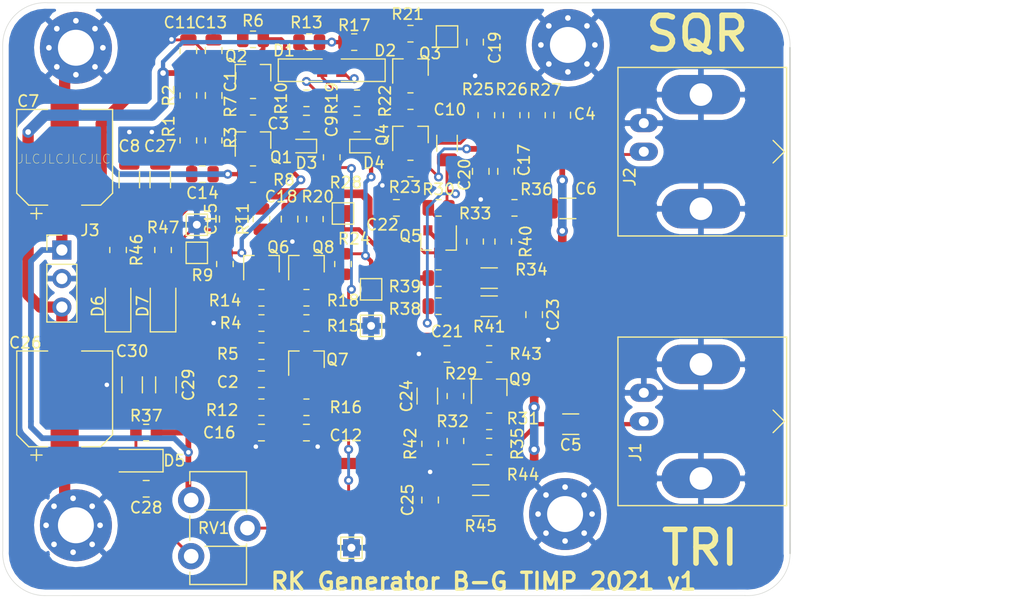
<source format=kicad_pcb>
(kicad_pcb (version 20171130) (host pcbnew "(5.1.9)-1")
  (layers (0 F.Cu signal) (31 B.Cu signal) (34 B.Paste user) (35 F.Paste user) (36 B.SilkS user) (37 F.SilkS user) (38 B.Mask user) (39 F.Mask user) (44 Edge.Cuts user))
  (net 0 "")
  (net 1 -12V)
  (net 2 "Net-(C1-Pad1)")
  (net 3 "Net-(C2-Pad1)")
  (net 4 /TRI+)
  (net 5 "Net-(C3-Pad1)")
  (net 6 "Net-(C4-Pad1)")
  (net 7 "Net-(C5-Pad1)")
  (net 8 "Net-(C5-Pad2)")
  (net 9 "Net-(C6-Pad2)")
  (net 10 "Net-(C6-Pad1)")
  (net 11 GND)
  (net 12 +12V)
  (net 13 /TRI-)
  (net 14 "Net-(C10-Pad1)")
  (net 15 "Net-(C10-Pad2)")
  (net 16 "Net-(C22-Pad1)")
  (net 17 "Net-(C24-Pad1)")
  (net 18 "Net-(C24-Pad2)")
  (net 19 "Net-(C28-Pad1)")
  (net 20 "Net-(D1-Pad2)")
  (net 21 "Net-(D1-Pad1)")
  (net 22 "Net-(D2-Pad2)")
  (net 23 "Net-(D6-Pad2)")
  (net 24 "Net-(D7-Pad2)")
  (net 25 "Net-(Q1-Pad1)")
  (net 26 "Net-(Q1-Pad2)")
  (net 27 "Net-(Q1-Pad3)")
  (net 28 "Net-(Q2-Pad1)")
  (net 29 "Net-(Q3-Pad1)")
  (net 30 "Net-(Q4-Pad3)")
  (net 31 "Net-(Q4-Pad2)")
  (net 32 "Net-(Q4-Pad1)")
  (net 33 "Net-(Q5-Pad1)")
  (net 34 "Net-(Q5-Pad2)")
  (net 35 "Net-(Q6-Pad1)")
  (net 36 "Net-(Q6-Pad2)")
  (net 37 "Net-(Q6-Pad3)")
  (net 38 "Net-(Q7-Pad1)")
  (net 39 "Net-(Q7-Pad2)")
  (net 40 "Net-(Q7-Pad3)")
  (net 41 "Net-(Q8-Pad2)")
  (net 42 "Net-(Q8-Pad1)")
  (net 43 "Net-(Q9-Pad2)")
  (net 44 "Net-(Q9-Pad1)")
  (net 45 "Net-(R14-Pad1)")
  (net 46 "Net-(R28-Pad2)")
  (net 47 "Net-(R31-Pad2)")
  (net 48 "Net-(R32-Pad2)")
  (net 49 "Net-(R34-Pad2)")
  (net 50 "Net-(R34-Pad1)")
  (net 51 "Net-(R44-Pad2)")
  (net 52 "Net-(Q9-Pad3)")
  (net 53 "Net-(R33-Pad2)")
  (module TestPoint:TestPoint_THTPad_1.5x1.5mm_Drill0.7mm (layer F.Cu) (at 115.75 119.5)
    (fp_text reference REF** hide)
    (fp_text value TestPoint_THTPad_1.5x1.5mm_Drill0.7mm)
    (pad 1 thru_hole rect (at 0 0) (size 1.5 1.5) (drill 0.7) (layers *.Cu *.Mask) (net 11 GND))
  )
  (module TestPoint:TestPoint_THTPad_1.5x1.5mm_Drill0.7mm (layer F.Cu) (at 102 90.75)
    (fp_text reference REF** hide)
    (fp_text value TestPoint_THTPad_1.5x1.5mm_Drill0.7mm)
    (pad 1 thru_hole rect (at 0 0) (size 1.5 1.5) (drill 0.7) (layers *.Cu *.Mask) (net 11 GND))
  )
  (module TestPoint:TestPoint_THTPad_1.5x1.5mm_Drill0.7mm (layer F.Cu) (at 117.5 99.75)
    (fp_text reference REF** hide)
    (fp_text value TestPoint_THTPad_1.5x1.5mm_Drill0.7mm)
    (pad 1 thru_hole rect (at 0 0) (size 1.5 1.5) (drill 0.7) (layers *.Cu *.Mask) (net 11 GND))
  )
  (module TestPoint:TestPoint_Pad_1.5x1.5mm (layer F.Cu) (at 115 89.75)
    (fp_text reference REF** hide)
    (fp_text value TestPoint_Pad_1.5x1.5mm)
    (pad 1 smd rect (at 0 0) (size 1.5 1.5) (layers F.Cu F.Mask) (net 18 "Net-(C24-Pad2)"))
  )
  (module TestPoint:TestPoint_Pad_1.5x1.5mm (layer F.Cu) (at 124.25 74)
    (fp_text reference REF** hide)
    (fp_text value TestPoint_Pad_1.5x1.5mm)
    (pad 1 smd rect (at 0 0) (size 1.5 1.5) (layers F.Cu F.Mask) (net 15 "Net-(C10-Pad2)"))
  )
  (module TestPoint:TestPoint_Pad_1.5x1.5mm (layer F.Cu) (at 117.5 96.5)
    (fp_text reference REF** hide)
    (fp_text value TestPoint_Pad_1.5x1.5mm)
    (pad 1 smd rect (at 0 0) (size 1.5 1.5) (layers F.Cu F.Mask) (net 13 /TRI-))
  )
  (module TestPoint:TestPoint_Pad_1.5x1.5mm (layer F.Cu) (at 102 93.25)
    (fp_text reference REF** hide)
    (fp_text value TestPoint_Pad_1.5x1.5mm)
    (pad 1 smd rect (at 0 0) (size 1.5 1.5) (layers F.Cu F.Mask) (net 4 /TRI+))
  )
  (module Resistor_SMD:R_1206_3216Metric (layer F.Cu) (at 128 98 180)
    (fp_text reference R41 (at 0 -1.82) (layer F.SilkS))
    (fp_text value 220)
    (pad 2 smd roundrect (at 1.4625 0 180) (size 1.125 1.75) (layers F.Cu F.Paste F.Mask) (roundrect_rratio 0.2222213333333333) (net 50 "Net-(R34-Pad1)"))
    (pad 1 smd roundrect (at -1.4625 0 180) (size 1.125 1.75) (layers F.Cu F.Paste F.Mask) (roundrect_rratio 0.2222213333333333) (net 1 -12V))
  )
  (module Resistor_SMD:R_0805_2012Metric (layer F.Cu) (at 129.25 92.25 90)
    (fp_text reference R40 (at 0 2 270) (layer F.SilkS))
    (fp_text value 100)
    (pad 2 smd roundrect (at 0.9125 0 90) (size 1.025 1.4) (layers F.Cu F.Paste F.Mask) (roundrect_rratio 0.2439014634146341) (net 53 "Net-(R33-Pad2)"))
    (pad 1 smd roundrect (at -0.9125 0 90) (size 1.025 1.4) (layers F.Cu F.Paste F.Mask) (roundrect_rratio 0.2439014634146341) (net 49 "Net-(R34-Pad2)"))
  )
  (module Resistor_SMD:R_0805_2012Metric (layer F.Cu) (at 125 110 270)
    (fp_text reference R32 (at -1.75 0.25 180) (layer F.SilkS))
    (fp_text value 100)
    (pad 2 smd roundrect (at 0.9125 0 270) (size 1.025 1.4) (layers F.Cu F.Paste F.Mask) (roundrect_rratio 0.2439014634146341) (net 48 "Net-(R32-Pad2)"))
    (pad 1 smd roundrect (at -0.9125 0 270) (size 1.025 1.4) (layers F.Cu F.Paste F.Mask) (roundrect_rratio 0.2439014634146341) (net 47 "Net-(R31-Pad2)"))
  )
  (module Capacitor_SMD:C_0805_2012Metric (layer F.Cu) (at 103.5 79.25 90)
    (fp_text reference C1 (at 1.25 1.5 90) (layer F.SilkS))
    (fp_text value 100nF)
    (pad 2 smd roundrect (at 0.95 0 90) (size 1 1.45) (layers F.Cu F.Paste F.Mask) (net 1 -12V))
    (pad 1 smd roundrect (at -0.95 0 90) (size 1 1.45) (layers F.Cu F.Paste F.Mask) (net 2 "Net-(C1-Pad1)"))
  )
  (module Capacitor_SMD:C_0805_2012Metric (layer F.Cu) (at 107.75 104.5 180)
    (fp_text reference C2 (at 3 -0.25) (layer F.SilkS))
    (fp_text value 100nF)
    (pad 2 smd roundrect (at 0.95 0 180) (size 1 1.45) (layers F.Cu F.Paste F.Mask) (net 1 -12V))
    (pad 1 smd roundrect (at -0.95 0 180) (size 1 1.45) (layers F.Cu F.Paste F.Mask) (net 3 "Net-(C2-Pad1)"))
  )
  (module Capacitor_SMD:C_0805_2012Metric (layer F.Cu) (at 111.75 81.75 180)
    (fp_text reference C3 (at 2.5 0) (layer F.SilkS))
    (fp_text value 10pF)
    (pad 2 smd roundrect (at 0.95 0 180) (size 1 1.45) (layers F.Cu F.Paste F.Mask) (net 4 /TRI+))
    (pad 1 smd roundrect (at -0.95 0 180) (size 1 1.45) (layers F.Cu F.Paste F.Mask) (net 5 "Net-(C3-Pad1)"))
  )
  (module Capacitor_SMD:C_0805_2012Metric (layer F.Cu) (at 134.5 81 270)
    (fp_text reference C4 (at -0.1 -2 180) (layer F.SilkS))
    (fp_text value 100nF)
    (pad 1 smd roundrect (at -0.95 0 270) (size 1 1.45) (layers F.Cu F.Paste F.Mask) (net 6 "Net-(C4-Pad1)"))
    (pad 2 smd roundrect (at 0.95 0 270) (size 1 1.45) (layers F.Cu F.Paste F.Mask) (net 1 -12V))
  )
  (module Capacitor_SMD:C_1206_3216Metric (layer F.Cu) (at 135.25 108.5 180)
    (fp_text reference C5 (at 0 -1.85) (layer F.SilkS))
    (fp_text value 1uF)
    (pad 1 smd roundrect (at -1.475 0 180) (size 1.15 1.8) (layers F.Cu F.Paste F.Mask) (roundrect_rratio 0.2173904347826087) (net 7 "Net-(C5-Pad1)"))
    (pad 2 smd roundrect (at 1.475 0 180) (size 1.15 1.8) (layers F.Cu F.Paste F.Mask) (roundrect_rratio 0.2173904347826087) (net 8 "Net-(C5-Pad2)"))
  )
  (module Capacitor_SMD:C_1206_3216Metric (layer F.Cu) (at 135 89.3 180)
    (fp_text reference C6 (at -1.6 1.75) (layer F.SilkS))
    (fp_text value 1uF)
    (pad 2 smd roundrect (at 1.475 0 180) (size 1.15 1.8) (layers F.Cu F.Paste F.Mask) (roundrect_rratio 0.2173904347826087) (net 9 "Net-(C6-Pad2)"))
    (pad 1 smd roundrect (at -1.475 0 180) (size 1.15 1.8) (layers F.Cu F.Paste F.Mask) (roundrect_rratio 0.2173904347826087) (net 10 "Net-(C6-Pad1)"))
  )
  (module Capacitor_SMD:CP_Elec_8x6.2 (layer F.Cu) (at 90.25 84.75 90)
    (fp_text reference C7 (at 5 -3.25 180) (layer F.SilkS))
    (fp_text value 47uF)
    (pad 2 smd roundrect (at 3.05 0 90) (size 4 2.5) (layers F.Cu F.Paste F.Mask) (roundrect_rratio 0.1) (net 11 GND))
    (pad 1 smd roundrect (at -3.05 0 90) (size 4 2.5) (layers F.Cu F.Paste F.Mask) (roundrect_rratio 0.1) (net 12 +12V))
  )
  (module Capacitor_SMD:C_1206_3216Metric (layer F.Cu) (at 96 86.75 270)
    (fp_text reference C8 (at -3 0 180) (layer F.SilkS))
    (fp_text value 4.7uF)
    (pad 2 smd roundrect (at 1.475 0 270) (size 1.15 1.8) (layers F.Cu F.Paste F.Mask) (roundrect_rratio 0.2173904347826087) (net 12 +12V))
    (pad 1 smd roundrect (at -1.475 0 270) (size 1.15 1.8) (layers F.Cu F.Paste F.Mask) (roundrect_rratio 0.2173904347826087) (net 11 GND))
  )
  (module Capacitor_SMD:C_0805_2012Metric (layer F.Cu) (at 116.25 81.75 180)
    (fp_text reference C9 (at 2.25 -0.25 90) (layer F.SilkS))
    (fp_text value 10pF)
    (pad 1 smd roundrect (at -0.95 0 180) (size 1 1.45) (layers F.Cu F.Paste F.Mask) (net 13 /TRI-))
    (pad 2 smd roundrect (at 0.95 0 180) (size 1 1.45) (layers F.Cu F.Paste F.Mask) (net 5 "Net-(C3-Pad1)"))
  )
  (module Capacitor_SMD:C_1206_3216Metric (layer F.Cu) (at 124.25 83.5 90)
    (fp_text reference C10 (at 3 0.25) (layer F.SilkS))
    (fp_text value 1uF)
    (pad 1 smd roundrect (at -1.475 0 90) (size 1.15 1.8) (layers F.Cu F.Paste F.Mask) (roundrect_rratio 0.2173904347826087) (net 14 "Net-(C10-Pad1)"))
    (pad 2 smd roundrect (at 1.475 0 90) (size 1.15 1.8) (layers F.Cu F.Paste F.Mask) (roundrect_rratio 0.2173904347826087) (net 15 "Net-(C10-Pad2)"))
  )
  (module Capacitor_SMD:C_0805_2012Metric (layer F.Cu) (at 101.25 75.25 90)
    (fp_text reference C11 (at 2.5 -0.75 180) (layer F.SilkS))
    (fp_text value 22nF)
    (pad 1 smd roundrect (at -0.95 0 90) (size 1 1.45) (layers F.Cu F.Paste F.Mask) (net 1 -12V))
    (pad 2 smd roundrect (at 0.95 0 90) (size 1 1.45) (layers F.Cu F.Paste F.Mask) (net 11 GND))
  )
  (module Capacitor_SMD:C_0805_2012Metric (layer F.Cu) (at 111.75 109.25)
    (fp_text reference C12 (at 3.5 0.25) (layer F.SilkS))
    (fp_text value 10nF)
    (pad 1 smd roundrect (at -0.95 0) (size 1 1.45) (layers F.Cu F.Paste F.Mask) (net 1 -12V))
    (pad 2 smd roundrect (at 0.95 0) (size 1 1.45) (layers F.Cu F.Paste F.Mask) (net 11 GND))
  )
  (module Capacitor_SMD:C_0805_2012Metric (layer F.Cu) (at 103.5 75.25 90)
    (fp_text reference C13 (at 2.5 -0.25 180) (layer F.SilkS))
    (fp_text value 22nF)
    (pad 2 smd roundrect (at 0.95 0 90) (size 1 1.45) (layers F.Cu F.Paste F.Mask) (net 12 +12V))
    (pad 1 smd roundrect (at -0.95 0 90) (size 1 1.45) (layers F.Cu F.Paste F.Mask) (net 11 GND))
  )
  (module Capacitor_SMD:C_0805_2012Metric (layer F.Cu) (at 102.5 86.25 180)
    (fp_text reference C14 (at 0 -1.68) (layer F.SilkS))
    (fp_text value 33nF)
    (pad 2 smd roundrect (at 0.95 0 180) (size 1 1.45) (layers F.Cu F.Paste F.Mask) (net 11 GND))
    (pad 1 smd roundrect (at -0.95 0 180) (size 1 1.45) (layers F.Cu F.Paste F.Mask) (net 1 -12V))
  )
  (module Capacitor_SMD:C_0805_2012Metric (layer F.Cu) (at 104.75 90.25 90)
    (fp_text reference C15 (at 0 -1.5 90) (layer F.SilkS))
    (fp_text value 22nF)
    (pad 2 smd roundrect (at 0.95 0 90) (size 1 1.45) (layers F.Cu F.Paste F.Mask) (net 12 +12V))
    (pad 1 smd roundrect (at -0.95 0 90) (size 1 1.45) (layers F.Cu F.Paste F.Mask) (net 11 GND))
  )
  (module Capacitor_SMD:C_0805_2012Metric (layer F.Cu) (at 107.75 109.25)
    (fp_text reference C16 (at -3.75 0) (layer F.SilkS))
    (fp_text value 22nF)
    (pad 2 smd roundrect (at 0.95 0) (size 1 1.45) (layers F.Cu F.Paste F.Mask) (net 1 -12V))
    (pad 1 smd roundrect (at -0.95 0) (size 1 1.45) (layers F.Cu F.Paste F.Mask) (net 11 GND))
  )
  (module Capacitor_SMD:C_0805_2012Metric (layer F.Cu) (at 129.5 86 270)
    (fp_text reference C17 (at -1 -1.6 90) (layer F.SilkS))
    (fp_text value 10nF)
    (pad 1 smd roundrect (at -0.95 0 270) (size 1 1.45) (layers F.Cu F.Paste F.Mask) (net 1 -12V))
    (pad 2 smd roundrect (at 0.95 0 270) (size 1 1.45) (layers F.Cu F.Paste F.Mask) (net 11 GND))
  )
  (module Capacitor_SMD:C_0805_2012Metric (layer F.Cu) (at 110.25 90.25 270)
    (fp_text reference C18 (at -2 0.75 180) (layer F.SilkS))
    (fp_text value 10nF)
    (pad 1 smd roundrect (at -0.95 0 270) (size 1 1.45) (layers F.Cu F.Paste F.Mask) (net 12 +12V))
    (pad 2 smd roundrect (at 0.95 0 270) (size 1 1.45) (layers F.Cu F.Paste F.Mask) (net 11 GND))
  )
  (module Capacitor_SMD:C_0805_2012Metric (layer F.Cu) (at 126.75 74.5 270)
    (fp_text reference C19 (at 0.5 -1.75 90) (layer F.SilkS))
    (fp_text value 33nF)
    (pad 1 smd roundrect (at -0.95 0 270) (size 1 1.45) (layers F.Cu F.Paste F.Mask) (net 12 +12V))
    (pad 2 smd roundrect (at 0.95 0 270) (size 1 1.45) (layers F.Cu F.Paste F.Mask) (net 11 GND))
  )
  (module Capacitor_SMD:C_0805_2012Metric (layer F.Cu) (at 127.25 86 270)
    (fp_text reference C20 (at 0.3 1.45 270) (layer F.SilkS))
    (fp_text value 10nF)
    (pad 2 smd roundrect (at 0.95 0 270) (size 1 1.45) (layers F.Cu F.Paste F.Mask) (net 11 GND))
    (pad 1 smd roundrect (at -0.95 0 270) (size 1 1.45) (layers F.Cu F.Paste F.Mask) (net 1 -12V))
  )
  (module Capacitor_SMD:C_0805_2012Metric (layer F.Cu) (at 124.25 102.25 180)
    (fp_text reference C21 (at 0 2) (layer F.SilkS))
    (fp_text value 33nF)
    (pad 2 smd roundrect (at 0.95 0 180) (size 1 1.45) (layers F.Cu F.Paste F.Mask) (net 11 GND))
    (pad 1 smd roundrect (at -0.95 0 180) (size 1 1.45) (layers F.Cu F.Paste F.Mask) (net 12 +12V))
  )
  (module Capacitor_SMD:C_0805_2012Metric (layer F.Cu) (at 119.75 89.25 180)
    (fp_text reference C22 (at 1.25 -1.5 180) (layer F.SilkS))
    (fp_text value 33nF)
    (pad 1 smd roundrect (at -0.95 0 180) (size 1 1.45) (layers F.Cu F.Paste F.Mask) (net 16 "Net-(C22-Pad1)"))
    (pad 2 smd roundrect (at 0.95 0 180) (size 1 1.45) (layers F.Cu F.Paste F.Mask) (net 11 GND))
  )
  (module Capacitor_SMD:C_0805_2012Metric (layer F.Cu) (at 132 98.75 270)
    (fp_text reference C23 (at 0 -1.68 90) (layer F.SilkS))
    (fp_text value 22nF)
    (pad 1 smd roundrect (at -0.95 0 270) (size 1 1.45) (layers F.Cu F.Paste F.Mask) (net 1 -12V))
    (pad 2 smd roundrect (at 0.95 0 270) (size 1 1.45) (layers F.Cu F.Paste F.Mask) (net 11 GND))
  )
  (module Capacitor_SMD:C_1206_3216Metric (layer F.Cu) (at 122.5 106 90)
    (fp_text reference C24 (at 0 -1.85 90) (layer F.SilkS))
    (fp_text value 1uF)
    (pad 1 smd roundrect (at -1.475 0 90) (size 1.15 1.8) (layers F.Cu F.Paste F.Mask) (roundrect_rratio 0.2173904347826087) (net 17 "Net-(C24-Pad1)"))
    (pad 2 smd roundrect (at 1.475 0 90) (size 1.15 1.8) (layers F.Cu F.Paste F.Mask) (roundrect_rratio 0.2173904347826087) (net 18 "Net-(C24-Pad2)"))
  )
  (module Capacitor_SMD:C_0805_2012Metric (layer F.Cu) (at 122.75 115.25 270)
    (fp_text reference C25 (at 0 2 90) (layer F.SilkS))
    (fp_text value 100nF)
    (pad 1 smd roundrect (at -0.95 0 270) (size 1 1.45) (layers F.Cu F.Paste F.Mask) (net 11 GND))
    (pad 2 smd roundrect (at 0.95 0 270) (size 1 1.45) (layers F.Cu F.Paste F.Mask) (net 1 -12V))
  )
  (module Capacitor_SMD:CP_Elec_8x6.2 (layer F.Cu) (at 90.25 106.25 90)
    (fp_text reference C26 (at 5 -3.5) (layer F.SilkS))
    (fp_text value 47uF)
    (pad 1 smd roundrect (at -3.05 0 90) (size 4 2.5) (layers F.Cu F.Paste F.Mask) (roundrect_rratio 0.1) (net 11 GND))
    (pad 2 smd roundrect (at 3.05 0 90) (size 4 2.5) (layers F.Cu F.Paste F.Mask) (roundrect_rratio 0.1) (net 1 -12V))
  )
  (module Capacitor_SMD:C_1206_3216Metric (layer F.Cu) (at 98.75 86.75 270)
    (fp_text reference C27 (at -3 0 180) (layer F.SilkS))
    (fp_text value 4.7uF)
    (pad 2 smd roundrect (at 1.475 0 270) (size 1.15 1.8) (layers F.Cu F.Paste F.Mask) (roundrect_rratio 0.2173904347826087) (net 12 +12V))
    (pad 1 smd roundrect (at -1.475 0 270) (size 1.15 1.8) (layers F.Cu F.Paste F.Mask) (roundrect_rratio 0.2173904347826087) (net 11 GND))
  )
  (module Capacitor_SMD:C_0805_2012Metric (layer F.Cu) (at 97.5 114.25 180)
    (fp_text reference C28 (at 0 -1.68) (layer F.SilkS))
    (fp_text value 33nF)
    (pad 2 smd roundrect (at 0.95 0 180) (size 1 1.45) (layers F.Cu F.Paste F.Mask) (net 11 GND))
    (pad 1 smd roundrect (at -0.95 0 180) (size 1 1.45) (layers F.Cu F.Paste F.Mask) (net 19 "Net-(C28-Pad1)"))
  )
  (module Capacitor_SMD:C_1206_3216Metric (layer F.Cu) (at 99.25 105 270)
    (fp_text reference C29 (at 0 -2 270) (layer F.SilkS))
    (fp_text value 4.7uF)
    (pad 1 smd roundrect (at -1.475 0 270) (size 1.15 1.8) (layers F.Cu F.Paste F.Mask) (roundrect_rratio 0.2173904347826087) (net 1 -12V))
    (pad 2 smd roundrect (at 1.475 0 270) (size 1.15 1.8) (layers F.Cu F.Paste F.Mask) (roundrect_rratio 0.2173904347826087) (net 11 GND))
  )
  (module Capacitor_SMD:C_1206_3216Metric (layer F.Cu) (at 96.25 105 270)
    (fp_text reference C30 (at -3 0 180) (layer F.SilkS))
    (fp_text value 4.7uF)
    (pad 2 smd roundrect (at 1.475 0 270) (size 1.15 1.8) (layers F.Cu F.Paste F.Mask) (roundrect_rratio 0.2173904347826087) (net 11 GND))
    (pad 1 smd roundrect (at -1.475 0 270) (size 1.15 1.8) (layers F.Cu F.Paste F.Mask) (roundrect_rratio 0.2173904347826087) (net 1 -12V))
  )
  (module Diode_SMD:D_SOD-123 (layer F.Cu) (at 111.5 77)
    (fp_text reference D1 (at -1.75 -1.75) (layer F.SilkS))
    (fp_text value 4V7)
    (pad 2 smd rect (at 1.65 0) (size 0.9 1.2) (layers F.Cu F.Paste F.Mask) (net 20 "Net-(D1-Pad2)"))
    (pad 1 smd rect (at -1.65 0) (size 0.9 1.2) (layers F.Cu F.Paste F.Mask) (net 21 "Net-(D1-Pad1)"))
  )
  (module Diode_SMD:D_SOD-123 (layer F.Cu) (at 116.5 77 180)
    (fp_text reference D2 (at -2.25 1.75) (layer F.SilkS))
    (fp_text value 4V7)
    (pad 1 smd rect (at -1.65 0 180) (size 0.9 1.2) (layers F.Cu F.Paste F.Mask) (net 15 "Net-(C10-Pad2)"))
    (pad 2 smd rect (at 1.65 0 180) (size 0.9 1.2) (layers F.Cu F.Paste F.Mask) (net 22 "Net-(D2-Pad2)"))
  )
  (module Diode_SMD:D_SOD-523 (layer F.Cu) (at 111.5 83.75 180)
    (fp_text reference D3 (at -0.25 -1.5) (layer F.SilkS))
    (fp_text value BBY55)
    (pad 2 smd rect (at 0.7 0) (size 0.6 0.7) (layers F.Cu F.Paste F.Mask) (net 4 /TRI+))
    (pad 1 smd rect (at -0.7 0) (size 0.6 0.7) (layers F.Cu F.Paste F.Mask) (net 5 "Net-(C3-Pad1)"))
  )
  (module Diode_SMD:D_SOD-523 (layer F.Cu) (at 116.75 83.75)
    (fp_text reference D4 (at 1 1.5) (layer F.SilkS))
    (fp_text value BBY55)
    (pad 1 smd rect (at -0.7 0 180) (size 0.6 0.7) (layers F.Cu F.Paste F.Mask) (net 5 "Net-(C3-Pad1)"))
    (pad 2 smd rect (at 0.7 0 180) (size 0.6 0.7) (layers F.Cu F.Paste F.Mask) (net 13 /TRI-))
  )
  (module Diode_SMD:D_SOD-123 (layer F.Cu) (at 96.75 111.75 180)
    (fp_text reference D5 (at -3.25 0) (layer F.SilkS))
    (fp_text value 6V2)
    (pad 1 smd rect (at -1.65 0 180) (size 0.9 1.2) (layers F.Cu F.Paste F.Mask) (net 19 "Net-(C28-Pad1)"))
    (pad 2 smd rect (at 1.65 0 180) (size 0.9 1.2) (layers F.Cu F.Paste F.Mask) (net 11 GND))
  )
  (module LED_SMD:LED_1206_3216Metric (layer F.Cu) (at 95 98 90)
    (fp_text reference D6 (at 0 -1.82 90) (layer F.SilkS))
    (fp_text value Green)
    (pad 2 smd roundrect (at 1.4 0 90) (size 1.25 1.75) (layers F.Cu F.Paste F.Mask) (roundrect_rratio 0.2) (net 23 "Net-(D6-Pad2)"))
    (pad 1 smd roundrect (at -1.4 0 90) (size 1.25 1.75) (layers F.Cu F.Paste F.Mask) (roundrect_rratio 0.2) (net 11 GND))
  )
  (module LED_SMD:LED_1206_3216Metric (layer F.Cu) (at 99 98 90)
    (fp_text reference D7 (at 0 -1.82 90) (layer F.SilkS))
    (fp_text value Orange)
    (pad 1 smd roundrect (at -1.4 0 90) (size 1.25 1.75) (layers F.Cu F.Paste F.Mask) (roundrect_rratio 0.2) (net 1 -12V))
    (pad 2 smd roundrect (at 1.4 0 90) (size 1.25 1.75) (layers F.Cu F.Paste F.Mask) (roundrect_rratio 0.2) (net 24 "Net-(D7-Pad2)"))
  )
  (module MountingHole:MountingHole_3.2mm_M3_Pad_Via (layer F.Cu) (at 135 74.75)
    (fp_text reference H1 hide)
    (fp_text value MountingHole_Pad)
    (pad 1 thru_hole circle (at 0 0) (size 6.4 6.4) (drill 3.2) (layers *.Cu *.Mask) (net 11 GND))
    (pad 1 thru_hole circle (at 2.4 0) (size 0.8 0.8) (drill 0.5) (layers *.Cu *.Mask) (net 11 GND))
    (pad 1 thru_hole circle (at 1.697056 1.697056) (size 0.8 0.8) (drill 0.5) (layers *.Cu *.Mask) (net 11 GND))
    (pad 1 thru_hole circle (at 0 2.4) (size 0.8 0.8) (drill 0.5) (layers *.Cu *.Mask) (net 11 GND))
    (pad 1 thru_hole circle (at -1.697056 1.697056) (size 0.8 0.8) (drill 0.5) (layers *.Cu *.Mask) (net 11 GND))
    (pad 1 thru_hole circle (at -2.4 0) (size 0.8 0.8) (drill 0.5) (layers *.Cu *.Mask) (net 11 GND))
    (pad 1 thru_hole circle (at -1.697056 -1.697056) (size 0.8 0.8) (drill 0.5) (layers *.Cu *.Mask) (net 11 GND))
    (pad 1 thru_hole circle (at 0 -2.4) (size 0.8 0.8) (drill 0.5) (layers *.Cu *.Mask) (net 11 GND))
    (pad 1 thru_hole circle (at 1.697056 -1.697056) (size 0.8 0.8) (drill 0.5) (layers *.Cu *.Mask) (net 11 GND))
  )
  (module MountingHole:MountingHole_3.2mm_M3_Pad_Via (layer F.Cu) (at 91.25 75)
    (fp_text reference H2 hide)
    (fp_text value MountingHole_Pad)
    (pad 1 thru_hole circle (at 1.697056 -1.697056) (size 0.8 0.8) (drill 0.5) (layers *.Cu *.Mask) (net 11 GND))
    (pad 1 thru_hole circle (at 0 -2.4) (size 0.8 0.8) (drill 0.5) (layers *.Cu *.Mask) (net 11 GND))
    (pad 1 thru_hole circle (at -1.697056 -1.697056) (size 0.8 0.8) (drill 0.5) (layers *.Cu *.Mask) (net 11 GND))
    (pad 1 thru_hole circle (at -2.4 0) (size 0.8 0.8) (drill 0.5) (layers *.Cu *.Mask) (net 11 GND))
    (pad 1 thru_hole circle (at -1.697056 1.697056) (size 0.8 0.8) (drill 0.5) (layers *.Cu *.Mask) (net 11 GND))
    (pad 1 thru_hole circle (at 0 2.4) (size 0.8 0.8) (drill 0.5) (layers *.Cu *.Mask) (net 11 GND))
    (pad 1 thru_hole circle (at 1.697056 1.697056) (size 0.8 0.8) (drill 0.5) (layers *.Cu *.Mask) (net 11 GND))
    (pad 1 thru_hole circle (at 2.4 0) (size 0.8 0.8) (drill 0.5) (layers *.Cu *.Mask) (net 11 GND))
    (pad 1 thru_hole circle (at 0 0) (size 6.4 6.4) (drill 3.2) (layers *.Cu *.Mask) (net 11 GND))
  )
  (module MountingHole:MountingHole_3.2mm_M3_Pad_Via (layer F.Cu) (at 134.75 116.5)
    (fp_text reference H3 hide)
    (fp_text value MountingHole_Pad)
    (pad 1 thru_hole circle (at 0 0) (size 6.4 6.4) (drill 3.2) (layers *.Cu *.Mask) (net 11 GND))
    (pad 1 thru_hole circle (at 2.4 0) (size 0.8 0.8) (drill 0.5) (layers *.Cu *.Mask) (net 11 GND))
    (pad 1 thru_hole circle (at 1.697056 1.697056) (size 0.8 0.8) (drill 0.5) (layers *.Cu *.Mask) (net 11 GND))
    (pad 1 thru_hole circle (at 0 2.4) (size 0.8 0.8) (drill 0.5) (layers *.Cu *.Mask) (net 11 GND))
    (pad 1 thru_hole circle (at -1.697056 1.697056) (size 0.8 0.8) (drill 0.5) (layers *.Cu *.Mask) (net 11 GND))
    (pad 1 thru_hole circle (at -2.4 0) (size 0.8 0.8) (drill 0.5) (layers *.Cu *.Mask) (net 11 GND))
    (pad 1 thru_hole circle (at -1.697056 -1.697056) (size 0.8 0.8) (drill 0.5) (layers *.Cu *.Mask) (net 11 GND))
    (pad 1 thru_hole circle (at 0 -2.4) (size 0.8 0.8) (drill 0.5) (layers *.Cu *.Mask) (net 11 GND))
    (pad 1 thru_hole circle (at 1.697056 -1.697056) (size 0.8 0.8) (drill 0.5) (layers *.Cu *.Mask) (net 11 GND))
  )
  (module MountingHole:MountingHole_3.2mm_M3_Pad_Via (layer F.Cu) (at 91 117.5)
    (fp_text reference H4 hide)
    (fp_text value MountingHole_Pad)
    (pad 1 thru_hole circle (at 1.697056 -1.697056) (size 0.8 0.8) (drill 0.5) (layers *.Cu *.Mask) (net 11 GND))
    (pad 1 thru_hole circle (at 0 -2.4) (size 0.8 0.8) (drill 0.5) (layers *.Cu *.Mask) (net 11 GND))
    (pad 1 thru_hole circle (at -1.697056 -1.697056) (size 0.8 0.8) (drill 0.5) (layers *.Cu *.Mask) (net 11 GND))
    (pad 1 thru_hole circle (at -2.4 0) (size 0.8 0.8) (drill 0.5) (layers *.Cu *.Mask) (net 11 GND))
    (pad 1 thru_hole circle (at -1.697056 1.697056) (size 0.8 0.8) (drill 0.5) (layers *.Cu *.Mask) (net 11 GND))
    (pad 1 thru_hole circle (at 0 2.4) (size 0.8 0.8) (drill 0.5) (layers *.Cu *.Mask) (net 11 GND))
    (pad 1 thru_hole circle (at 1.697056 1.697056) (size 0.8 0.8) (drill 0.5) (layers *.Cu *.Mask) (net 11 GND))
    (pad 1 thru_hole circle (at 2.4 0) (size 0.8 0.8) (drill 0.5) (layers *.Cu *.Mask) (net 11 GND))
    (pad 1 thru_hole circle (at 0.25 0) (size 6.4 6.4) (drill 3.2) (layers *.Cu *.Mask) (net 11 GND))
  )
  (module Connector_Coaxial:BNC_Amphenol_B6252HB-NPP3G-50_Horizontal (layer F.Cu) (at 141.75 108.25 270)
    (fp_text reference J1 (at 2.75 0.75 90) (layer F.SilkS))
    (fp_text value TRI_OUT)
    (pad 2 thru_hole oval (at -2.54 0 270) (size 1.6 2.5) (drill 0.89) (layers *.Cu *.Mask) (net 11 GND))
    (pad 1 thru_hole oval (at 0 0 270) (size 1.6 2.5) (drill 0.89) (layers *.Cu *.Mask) (net 7 "Net-(C5-Pad1)"))
    (pad 2 thru_hole oval (at 5.08 -5.08 270) (size 3.5 7) (drill 2.01) (layers *.Cu *.Mask) (net 11 GND))
    (pad 2 thru_hole oval (at -5.08 -5.08 270) (size 3.5 7) (drill 2.01) (layers *.Cu *.Mask) (net 11 GND))
  )
  (module Connector_Coaxial:BNC_Amphenol_B6252HB-NPP3G-50_Horizontal (layer F.Cu) (at 141.75 84.25 270)
    (fp_text reference J2 (at 2.25 1.25 90) (layer F.SilkS))
    (fp_text value SQR_OUT)
    (pad 2 thru_hole oval (at -5.08 -5.08 270) (size 3.5 7) (drill 2.01) (layers *.Cu *.Mask) (net 11 GND))
    (pad 2 thru_hole oval (at 5.08 -5.08 270) (size 3.5 7) (drill 2.01) (layers *.Cu *.Mask) (net 11 GND))
    (pad 1 thru_hole oval (at 0 0 270) (size 1.6 2.5) (drill 0.89) (layers *.Cu *.Mask) (net 10 "Net-(C6-Pad1)"))
    (pad 2 thru_hole oval (at -2.54 0 270) (size 1.6 2.5) (drill 0.89) (layers *.Cu *.Mask) (net 11 GND))
  )
  (module Connector_PinHeader_2.54mm:PinHeader_1x03_P2.54mm_Vertical (layer F.Cu) (at 90 93)
    (fp_text reference J3 (at 2.5 -1.75) (layer F.SilkS))
    (fp_text value Conn_01x03_Male)
    (pad 1 thru_hole rect (at 0 0) (size 1.7 1.7) (drill 1) (layers *.Cu *.Mask) (net 12 +12V))
    (pad 2 thru_hole oval (at 0 2.54) (size 1.7 1.7) (drill 1) (layers *.Cu *.Mask) (net 11 GND))
    (pad 3 thru_hole oval (at 0 5.08) (size 1.7 1.7) (drill 1) (layers *.Cu *.Mask) (net 1 -12V))
  )
  (module Package_TO_SOT_SMD:SOT-23 (layer F.Cu) (at 107 83.25 90)
    (fp_text reference Q1 (at -1.5 2.5 180) (layer F.SilkS))
    (fp_text value BFR93A)
    (pad 1 smd rect (at -1 -0.95 90) (size 0.9 0.8) (layers F.Cu F.Paste F.Mask) (net 25 "Net-(Q1-Pad1)"))
    (pad 2 smd rect (at -1 0.95 90) (size 0.9 0.8) (layers F.Cu F.Paste F.Mask) (net 26 "Net-(Q1-Pad2)"))
    (pad 3 smd rect (at 1 0 90) (size 0.9 0.8) (layers F.Cu F.Paste F.Mask) (net 27 "Net-(Q1-Pad3)"))
  )
  (module Package_TO_SOT_SMD:SOT-23 (layer F.Cu) (at 107 77.25 90)
    (fp_text reference Q2 (at 1.5 -1.5 180) (layer F.SilkS))
    (fp_text value BFR93A)
    (pad 1 smd rect (at -1 -0.95 90) (size 0.9 0.8) (layers F.Cu F.Paste F.Mask) (net 28 "Net-(Q2-Pad1)"))
    (pad 2 smd rect (at -1 0.95 90) (size 0.9 0.8) (layers F.Cu F.Paste F.Mask) (net 4 /TRI+))
    (pad 3 smd rect (at 1 0 90) (size 0.9 0.8) (layers F.Cu F.Paste F.Mask) (net 21 "Net-(D1-Pad1)"))
  )
  (module Package_TO_SOT_SMD:SOT-23 (layer F.Cu) (at 121 76.75 90)
    (fp_text reference Q3 (at 1.25 1.75 180) (layer F.SilkS))
    (fp_text value BFR93A)
    (pad 3 smd rect (at 1 0 90) (size 0.9 0.8) (layers F.Cu F.Paste F.Mask) (net 15 "Net-(C10-Pad2)"))
    (pad 2 smd rect (at -1 0.95 90) (size 0.9 0.8) (layers F.Cu F.Paste F.Mask) (net 13 /TRI-))
    (pad 1 smd rect (at -1 -0.95 90) (size 0.9 0.8) (layers F.Cu F.Paste F.Mask) (net 29 "Net-(Q3-Pad1)"))
  )
  (module Package_TO_SOT_SMD:SOT-23 (layer F.Cu) (at 121 82.75 90)
    (fp_text reference Q4 (at 0 -2.5 90) (layer F.SilkS))
    (fp_text value BFR93A)
    (pad 3 smd rect (at 1 0 90) (size 0.9 0.8) (layers F.Cu F.Paste F.Mask) (net 30 "Net-(Q4-Pad3)"))
    (pad 2 smd rect (at -1 0.95 90) (size 0.9 0.8) (layers F.Cu F.Paste F.Mask) (net 31 "Net-(Q4-Pad2)"))
    (pad 1 smd rect (at -1 -0.95 90) (size 0.9 0.8) (layers F.Cu F.Paste F.Mask) (net 32 "Net-(Q4-Pad1)"))
  )
  (module Package_TO_SOT_SMD:SOT-23 (layer F.Cu) (at 123.5 92.25 270)
    (fp_text reference Q5 (at -0.5 2.5 180) (layer F.SilkS))
    (fp_text value BFR93A)
    (pad 1 smd rect (at -1 -0.95 270) (size 0.9 0.8) (layers F.Cu F.Paste F.Mask) (net 33 "Net-(Q5-Pad1)"))
    (pad 2 smd rect (at -1 0.95 270) (size 0.9 0.8) (layers F.Cu F.Paste F.Mask) (net 34 "Net-(Q5-Pad2)"))
    (pad 3 smd rect (at 1 0 270) (size 0.9 0.8) (layers F.Cu F.Paste F.Mask) (net 16 "Net-(C22-Pad1)"))
  )
  (module Package_TO_SOT_SMD:SOT-23 (layer F.Cu) (at 107.75 94.25 90)
    (fp_text reference Q6 (at 1.5 1.5 180) (layer F.SilkS))
    (fp_text value BFR93A)
    (pad 1 smd rect (at -1 -0.95 90) (size 0.9 0.8) (layers F.Cu F.Paste F.Mask) (net 35 "Net-(Q6-Pad1)"))
    (pad 2 smd rect (at -1 0.95 90) (size 0.9 0.8) (layers F.Cu F.Paste F.Mask) (net 36 "Net-(Q6-Pad2)"))
    (pad 3 smd rect (at 1 0 90) (size 0.9 0.8) (layers F.Cu F.Paste F.Mask) (net 37 "Net-(Q6-Pad3)"))
  )
  (module Package_TO_SOT_SMD:SOT-23 (layer F.Cu) (at 111.75 102.75 90)
    (fp_text reference Q7 (at 0 2.75 180) (layer F.SilkS))
    (fp_text value BFR93A)
    (pad 1 smd rect (at -1 -0.95 90) (size 0.9 0.8) (layers F.Cu F.Paste F.Mask) (net 38 "Net-(Q7-Pad1)"))
    (pad 2 smd rect (at -1 0.95 90) (size 0.9 0.8) (layers F.Cu F.Paste F.Mask) (net 39 "Net-(Q7-Pad2)"))
    (pad 3 smd rect (at 1 0 90) (size 0.9 0.8) (layers F.Cu F.Paste F.Mask) (net 40 "Net-(Q7-Pad3)"))
  )
  (module Package_TO_SOT_SMD:SOT-23 (layer F.Cu) (at 111.75 94.25 90)
    (fp_text reference Q8 (at 1.5 1.5 180) (layer F.SilkS))
    (fp_text value BFR93A)
    (pad 3 smd rect (at 1 0 90) (size 0.9 0.8) (layers F.Cu F.Paste F.Mask) (net 18 "Net-(C24-Pad2)"))
    (pad 2 smd rect (at -1 0.95 90) (size 0.9 0.8) (layers F.Cu F.Paste F.Mask) (net 41 "Net-(Q8-Pad2)"))
    (pad 1 smd rect (at -1 -0.95 90) (size 0.9 0.8) (layers F.Cu F.Paste F.Mask) (net 42 "Net-(Q8-Pad1)"))
  )
  (module Package_TO_SOT_SMD:SOT-23 (layer F.Cu) (at 128 105.25 90)
    (fp_text reference Q9 (at 0.75 2.75 180) (layer F.SilkS))
    (fp_text value BFR93A)
    (pad 3 smd rect (at 1 0 90) (size 0.9 0.8) (layers F.Cu F.Paste F.Mask) (net 52 "Net-(Q9-Pad3)"))
    (pad 2 smd rect (at -1 0.95 90) (size 0.9 0.8) (layers F.Cu F.Paste F.Mask) (net 43 "Net-(Q9-Pad2)"))
    (pad 1 smd rect (at -1 -0.95 90) (size 0.9 0.8) (layers F.Cu F.Paste F.Mask) (net 44 "Net-(Q9-Pad1)"))
  )
  (module Resistor_SMD:R_0805_2012Metric (layer F.Cu) (at 101.25 83.25 270)
    (fp_text reference R1 (at -1.25 1.75 270) (layer F.SilkS))
    (fp_text value 1k)
    (pad 2 smd roundrect (at 0.9125 0 270) (size 1.025 1.4) (layers F.Cu F.Paste F.Mask) (roundrect_rratio 0.2439014634146341) (net 11 GND))
    (pad 1 smd roundrect (at -0.9125 0 270) (size 1.025 1.4) (layers F.Cu F.Paste F.Mask) (roundrect_rratio 0.2439014634146341) (net 2 "Net-(C1-Pad1)"))
  )
  (module Resistor_SMD:R_0805_2012Metric (layer F.Cu) (at 101.25 79.25 270)
    (fp_text reference R2 (at 0 1.75 90) (layer F.SilkS))
    (fp_text value 2k2)
    (pad 1 smd roundrect (at -0.9125 0 270) (size 1.025 1.4) (layers F.Cu F.Paste F.Mask) (roundrect_rratio 0.2439014634146341) (net 1 -12V))
    (pad 2 smd roundrect (at 0.9125 0 270) (size 1.025 1.4) (layers F.Cu F.Paste F.Mask) (roundrect_rratio 0.2439014634146341) (net 2 "Net-(C1-Pad1)"))
  )
  (module Resistor_SMD:R_0805_2012Metric (layer F.Cu) (at 103.5 83.25 90)
    (fp_text reference R3 (at 0.25 1.5 270) (layer F.SilkS))
    (fp_text value 33)
    (pad 1 smd roundrect (at -0.9125 0 90) (size 1.025 1.4) (layers F.Cu F.Paste F.Mask) (roundrect_rratio 0.2439014634146341) (net 25 "Net-(Q1-Pad1)"))
    (pad 2 smd roundrect (at 0.9125 0 90) (size 1.025 1.4) (layers F.Cu F.Paste F.Mask) (roundrect_rratio 0.2439014634146341) (net 2 "Net-(C1-Pad1)"))
  )
  (module Resistor_SMD:R_0805_2012Metric (layer F.Cu) (at 107.75 99.5 180)
    (fp_text reference R4 (at 2.75 0) (layer F.SilkS))
    (fp_text value 1k)
    (pad 1 smd roundrect (at -0.9125 0 180) (size 1.025 1.4) (layers F.Cu F.Paste F.Mask) (roundrect_rratio 0.2439014634146341) (net 3 "Net-(C2-Pad1)"))
    (pad 2 smd roundrect (at 0.9125 0 180) (size 1.025 1.4) (layers F.Cu F.Paste F.Mask) (roundrect_rratio 0.2439014634146341) (net 11 GND))
  )
  (module Resistor_SMD:R_0805_2012Metric (layer F.Cu) (at 107.75 102)
    (fp_text reference R5 (at -3 0.25) (layer F.SilkS))
    (fp_text value 2k2)
    (pad 2 smd roundrect (at 0.9125 0) (size 1.025 1.4) (layers F.Cu F.Paste F.Mask) (roundrect_rratio 0.2439014634146341) (net 3 "Net-(C2-Pad1)"))
    (pad 1 smd roundrect (at -0.9125 0) (size 1.025 1.4) (layers F.Cu F.Paste F.Mask) (roundrect_rratio 0.2439014634146341) (net 1 -12V))
  )
  (module Resistor_SMD:R_0805_2012Metric (layer F.Cu) (at 107 74.25)
    (fp_text reference R6 (at 0 -1.65) (layer F.SilkS))
    (fp_text value 68)
    (pad 2 smd roundrect (at 0.9125 0) (size 1.025 1.4) (layers F.Cu F.Paste F.Mask) (roundrect_rratio 0.2439014634146341) (net 21 "Net-(D1-Pad1)"))
    (pad 1 smd roundrect (at -0.9125 0) (size 1.025 1.4) (layers F.Cu F.Paste F.Mask) (roundrect_rratio 0.2439014634146341) (net 12 +12V))
  )
  (module Resistor_SMD:R_0805_2012Metric (layer F.Cu) (at 107 80.25 180)
    (fp_text reference R7 (at 2 0 90) (layer F.SilkS))
    (fp_text value 100)
    (pad 2 smd roundrect (at 0.9125 0 180) (size 1.025 1.4) (layers F.Cu F.Paste F.Mask) (roundrect_rratio 0.2439014634146341) (net 27 "Net-(Q1-Pad3)"))
    (pad 1 smd roundrect (at -0.9125 0 180) (size 1.025 1.4) (layers F.Cu F.Paste F.Mask) (roundrect_rratio 0.2439014634146341) (net 4 /TRI+))
  )
  (module Resistor_SMD:R_0805_2012Metric (layer F.Cu) (at 107 86.25)
    (fp_text reference R8 (at 2.75 0.5) (layer F.SilkS))
    (fp_text value 470)
    (pad 1 smd roundrect (at -0.9125 0) (size 1.025 1.4) (layers F.Cu F.Paste F.Mask) (roundrect_rratio 0.2439014634146341) (net 1 -12V))
    (pad 2 smd roundrect (at 0.9125 0) (size 1.025 1.4) (layers F.Cu F.Paste F.Mask) (roundrect_rratio 0.2439014634146341) (net 26 "Net-(Q1-Pad2)"))
  )
  (module Resistor_SMD:R_0805_2012Metric (layer F.Cu) (at 104.5 94.25 90)
    (fp_text reference R9 (at -1 -2 180) (layer F.SilkS))
    (fp_text value 33)
    (pad 2 smd roundrect (at 0.9125 0 90) (size 1.025 1.4) (layers F.Cu F.Paste F.Mask) (roundrect_rratio 0.2439014634146341) (net 4 /TRI+))
    (pad 1 smd roundrect (at -0.9125 0 90) (size 1.025 1.4) (layers F.Cu F.Paste F.Mask) (roundrect_rratio 0.2439014634146341) (net 35 "Net-(Q6-Pad1)"))
  )
  (module Resistor_SMD:R_0805_2012Metric (layer F.Cu) (at 111.75 79.5 180)
    (fp_text reference R10 (at 2.25 0 90) (layer F.SilkS))
    (fp_text value 33)
    (pad 2 smd roundrect (at 0.9125 0 180) (size 1.025 1.4) (layers F.Cu F.Paste F.Mask) (roundrect_rratio 0.2439014634146341) (net 28 "Net-(Q2-Pad1)"))
    (pad 1 smd roundrect (at -0.9125 0 180) (size 1.025 1.4) (layers F.Cu F.Paste F.Mask) (roundrect_rratio 0.2439014634146341) (net 22 "Net-(D2-Pad2)"))
  )
  (module Resistor_SMD:R_0805_2012Metric (layer F.Cu) (at 107.75 90.25 90)
    (fp_text reference R11 (at 0 -1.65 90) (layer F.SilkS))
    (fp_text value 100)
    (pad 1 smd roundrect (at -0.9125 0 90) (size 1.025 1.4) (layers F.Cu F.Paste F.Mask) (roundrect_rratio 0.2439014634146341) (net 37 "Net-(Q6-Pad3)"))
    (pad 2 smd roundrect (at 0.9125 0 90) (size 1.025 1.4) (layers F.Cu F.Paste F.Mask) (roundrect_rratio 0.2439014634146341) (net 12 +12V))
  )
  (module Resistor_SMD:R_0805_2012Metric (layer F.Cu) (at 107.75 107 180)
    (fp_text reference R12 (at 3.5 -0.25) (layer F.SilkS))
    (fp_text value 33)
    (pad 1 smd roundrect (at -0.9125 0 180) (size 1.025 1.4) (layers F.Cu F.Paste F.Mask) (roundrect_rratio 0.2439014634146341) (net 38 "Net-(Q7-Pad1)"))
    (pad 2 smd roundrect (at 0.9125 0 180) (size 1.025 1.4) (layers F.Cu F.Paste F.Mask) (roundrect_rratio 0.2439014634146341) (net 3 "Net-(C2-Pad1)"))
  )
  (module Resistor_SMD:R_0805_2012Metric (layer F.Cu) (at 112 74.5 180)
    (fp_text reference R13 (at 0.25 1.75) (layer F.SilkS))
    (fp_text value 2.2k)
    (pad 1 smd roundrect (at -0.9125 0 180) (size 1.025 1.4) (layers F.Cu F.Paste F.Mask) (roundrect_rratio 0.2439014634146341) (net 1 -12V))
    (pad 2 smd roundrect (at 0.9125 0 180) (size 1.025 1.4) (layers F.Cu F.Paste F.Mask) (roundrect_rratio 0.2439014634146341) (net 20 "Net-(D1-Pad2)"))
  )
  (module Resistor_SMD:R_0805_2012Metric (layer F.Cu) (at 107.75 97.25 180)
    (fp_text reference R14 (at 3.25 -0.25) (layer F.SilkS))
    (fp_text value 39)
    (pad 1 smd roundrect (at -0.9125 0 180) (size 1.025 1.4) (layers F.Cu F.Paste F.Mask) (roundrect_rratio 0.2439014634146341) (net 45 "Net-(R14-Pad1)"))
    (pad 2 smd roundrect (at 0.9125 0 180) (size 1.025 1.4) (layers F.Cu F.Paste F.Mask) (roundrect_rratio 0.2439014634146341) (net 36 "Net-(Q6-Pad2)"))
  )
  (module Resistor_SMD:R_0805_2012Metric (layer F.Cu) (at 111.75 99.5)
    (fp_text reference R15 (at 3.25 0.25) (layer F.SilkS))
    (fp_text value 100)
    (pad 1 smd roundrect (at -0.9125 0) (size 1.025 1.4) (layers F.Cu F.Paste F.Mask) (roundrect_rratio 0.2439014634146341) (net 45 "Net-(R14-Pad1)"))
    (pad 2 smd roundrect (at 0.9125 0) (size 1.025 1.4) (layers F.Cu F.Paste F.Mask) (roundrect_rratio 0.2439014634146341) (net 40 "Net-(Q7-Pad3)"))
  )
  (module Resistor_SMD:R_0805_2012Metric (layer F.Cu) (at 111.75 107)
    (fp_text reference R16 (at 3.5 0) (layer F.SilkS))
    (fp_text value 200)
    (pad 2 smd roundrect (at 0.9125 0) (size 1.025 1.4) (layers F.Cu F.Paste F.Mask) (roundrect_rratio 0.2439014634146341) (net 39 "Net-(Q7-Pad2)"))
    (pad 1 smd roundrect (at -0.9125 0) (size 1.025 1.4) (layers F.Cu F.Paste F.Mask) (roundrect_rratio 0.2439014634146341) (net 1 -12V))
  )
  (module Resistor_SMD:R_0805_2012Metric (layer F.Cu) (at 116 74.5)
    (fp_text reference R17 (at 0 -1.5) (layer F.SilkS))
    (fp_text value 2.2k)
    (pad 2 smd roundrect (at 0.9125 0) (size 1.025 1.4) (layers F.Cu F.Paste F.Mask) (roundrect_rratio 0.2439014634146341) (net 22 "Net-(D2-Pad2)"))
    (pad 1 smd roundrect (at -0.9125 0) (size 1.025 1.4) (layers F.Cu F.Paste F.Mask) (roundrect_rratio 0.2439014634146341) (net 1 -12V))
  )
  (module Resistor_SMD:R_0805_2012Metric (layer F.Cu) (at 111.75 97.25 180)
    (fp_text reference R18 (at -3.25 -0.25) (layer F.SilkS))
    (fp_text value 39)
    (pad 2 smd roundrect (at 0.9125 0 180) (size 1.025 1.4) (layers F.Cu F.Paste F.Mask) (roundrect_rratio 0.2439014634146341) (net 45 "Net-(R14-Pad1)"))
    (pad 1 smd roundrect (at -0.9125 0 180) (size 1.025 1.4) (layers F.Cu F.Paste F.Mask) (roundrect_rratio 0.2439014634146341) (net 41 "Net-(Q8-Pad2)"))
  )
  (module Resistor_SMD:R_0805_2012Metric (layer F.Cu) (at 116.25 79.5 180)
    (fp_text reference R19 (at 2.25 0 90) (layer F.SilkS))
    (fp_text value 33)
    (pad 2 smd roundrect (at 0.9125 0 180) (size 1.025 1.4) (layers F.Cu F.Paste F.Mask) (roundrect_rratio 0.2439014634146341) (net 20 "Net-(D1-Pad2)"))
    (pad 1 smd roundrect (at -0.9125 0 180) (size 1.025 1.4) (layers F.Cu F.Paste F.Mask) (roundrect_rratio 0.2439014634146341) (net 29 "Net-(Q3-Pad1)"))
  )
  (module Resistor_SMD:R_0805_2012Metric (layer F.Cu) (at 112.5 90.25 90)
    (fp_text reference R20 (at 2 0.25 180) (layer F.SilkS))
    (fp_text value 100)
    (pad 1 smd roundrect (at -0.9125 0 90) (size 1.025 1.4) (layers F.Cu F.Paste F.Mask) (roundrect_rratio 0.2439014634146341) (net 18 "Net-(C24-Pad2)"))
    (pad 2 smd roundrect (at 0.9125 0 90) (size 1.025 1.4) (layers F.Cu F.Paste F.Mask) (roundrect_rratio 0.2439014634146341) (net 12 +12V))
  )
  (module Resistor_SMD:R_0805_2012Metric (layer F.Cu) (at 121 73.75)
    (fp_text reference R21 (at -0.25 -1.75) (layer F.SilkS))
    (fp_text value 68)
    (pad 2 smd roundrect (at 0.9125 0) (size 1.025 1.4) (layers F.Cu F.Paste F.Mask) (roundrect_rratio 0.2439014634146341) (net 15 "Net-(C10-Pad2)"))
    (pad 1 smd roundrect (at -0.9125 0) (size 1.025 1.4) (layers F.Cu F.Paste F.Mask) (roundrect_rratio 0.2439014634146341) (net 12 +12V))
  )
  (module Resistor_SMD:R_0805_2012Metric (layer F.Cu) (at 121 79.75)
    (fp_text reference R22 (at -2.25 0 90) (layer F.SilkS))
    (fp_text value 100)
    (pad 1 smd roundrect (at -0.9125 0) (size 1.025 1.4) (layers F.Cu F.Paste F.Mask) (roundrect_rratio 0.2439014634146341) (net 13 /TRI-))
    (pad 2 smd roundrect (at 0.9125 0) (size 1.025 1.4) (layers F.Cu F.Paste F.Mask) (roundrect_rratio 0.2439014634146341) (net 30 "Net-(Q4-Pad3)"))
  )
  (module Resistor_SMD:R_0805_2012Metric (layer F.Cu) (at 121 85.75 180)
    (fp_text reference R23 (at 0.5 -1.65) (layer F.SilkS))
    (fp_text value 470)
    (pad 1 smd roundrect (at -0.9125 0 180) (size 1.025 1.4) (layers F.Cu F.Paste F.Mask) (roundrect_rratio 0.2439014634146341) (net 1 -12V))
    (pad 2 smd roundrect (at 0.9125 0 180) (size 1.025 1.4) (layers F.Cu F.Paste F.Mask) (roundrect_rratio 0.2439014634146341) (net 31 "Net-(Q4-Pad2)"))
  )
  (module Resistor_SMD:R_0805_2012Metric (layer F.Cu) (at 115 94.25 270)
    (fp_text reference R24 (at -2.25 -1 180) (layer F.SilkS))
    (fp_text value 33)
    (pad 1 smd roundrect (at -0.9125 0 270) (size 1.025 1.4) (layers F.Cu F.Paste F.Mask) (roundrect_rratio 0.2439014634146341) (net 13 /TRI-))
    (pad 2 smd roundrect (at 0.9125 0 270) (size 1.025 1.4) (layers F.Cu F.Paste F.Mask) (roundrect_rratio 0.2439014634146341) (net 42 "Net-(Q8-Pad1)"))
  )
  (module Resistor_SMD:R_0805_2012Metric (layer F.Cu) (at 127.75 81 90)
    (fp_text reference R25 (at 2.3 -0.75) (layer F.SilkS))
    (fp_text value 33)
    (pad 1 smd roundrect (at -0.9125 0 90) (size 1.025 1.4) (layers F.Cu F.Paste F.Mask) (roundrect_rratio 0.2439014634146341) (net 6 "Net-(C4-Pad1)"))
    (pad 2 smd roundrect (at 0.9125 0 90) (size 1.025 1.4) (layers F.Cu F.Paste F.Mask) (roundrect_rratio 0.2439014634146341) (net 32 "Net-(Q4-Pad1)"))
  )
  (module Resistor_SMD:R_0805_2012Metric (layer F.Cu) (at 130 81 90)
    (fp_text reference R26 (at 2.3 0 180) (layer F.SilkS))
    (fp_text value 1k)
    (pad 2 smd roundrect (at 0.9125 0 90) (size 1.025 1.4) (layers F.Cu F.Paste F.Mask) (roundrect_rratio 0.2439014634146341) (net 11 GND))
    (pad 1 smd roundrect (at -0.9125 0 90) (size 1.025 1.4) (layers F.Cu F.Paste F.Mask) (roundrect_rratio 0.2439014634146341) (net 6 "Net-(C4-Pad1)"))
  )
  (module Resistor_SMD:R_0805_2012Metric (layer F.Cu) (at 132.25 81 90)
    (fp_text reference R27 (at 2.25 0.75 180) (layer F.SilkS))
    (fp_text value 2.2k)
    (pad 1 smd roundrect (at -0.9125 0 90) (size 1.025 1.4) (layers F.Cu F.Paste F.Mask) (roundrect_rratio 0.2439014634146341) (net 1 -12V))
    (pad 2 smd roundrect (at 0.9125 0 90) (size 1.025 1.4) (layers F.Cu F.Paste F.Mask) (roundrect_rratio 0.2439014634146341) (net 6 "Net-(C4-Pad1)"))
  )
  (module Resistor_SMD:R_0805_2012Metric (layer F.Cu) (at 114 84.75 270)
    (fp_text reference R28 (at 2.25 -1.25 180) (layer F.SilkS))
    (fp_text value 47k)
    (pad 1 smd roundrect (at -0.9125 0 270) (size 1.025 1.4) (layers F.Cu F.Paste F.Mask) (roundrect_rratio 0.2439014634146341) (net 5 "Net-(C3-Pad1)"))
    (pad 2 smd roundrect (at 0.9125 0 270) (size 1.025 1.4) (layers F.Cu F.Paste F.Mask) (roundrect_rratio 0.2439014634146341) (net 46 "Net-(R28-Pad2)"))
  )
  (module Resistor_SMD:R_0805_2012Metric (layer F.Cu) (at 125 106 90)
    (fp_text reference R29 (at 2 0.5 180) (layer F.SilkS))
    (fp_text value 33)
    (pad 1 smd roundrect (at -0.9125 0 90) (size 1.025 1.4) (layers F.Cu F.Paste F.Mask) (roundrect_rratio 0.2439014634146341) (net 44 "Net-(Q9-Pad1)"))
    (pad 2 smd roundrect (at 0.9125 0 90) (size 1.025 1.4) (layers F.Cu F.Paste F.Mask) (roundrect_rratio 0.2439014634146341) (net 17 "Net-(C24-Pad1)"))
  )
  (module Resistor_SMD:R_0805_2012Metric (layer F.Cu) (at 123.5 89.25)
    (fp_text reference R30 (at 0 -1.65) (layer F.SilkS))
    (fp_text value 33)
    (pad 2 smd roundrect (at 0.9125 0) (size 1.025 1.4) (layers F.Cu F.Paste F.Mask) (roundrect_rratio 0.2439014634146341) (net 14 "Net-(C10-Pad1)"))
    (pad 1 smd roundrect (at -0.9125 0) (size 1.025 1.4) (layers F.Cu F.Paste F.Mask) (roundrect_rratio 0.2439014634146341) (net 33 "Net-(Q5-Pad1)"))
  )
  (module Resistor_SMD:R_0805_2012Metric (layer F.Cu) (at 128 108.25 180)
    (fp_text reference R31 (at -3 0.25) (layer F.SilkS))
    (fp_text value 10)
    (pad 2 smd roundrect (at 0.9125 0 180) (size 1.025 1.4) (layers F.Cu F.Paste F.Mask) (roundrect_rratio 0.2439014634146341) (net 47 "Net-(R31-Pad2)"))
    (pad 1 smd roundrect (at -0.9125 0 180) (size 1.025 1.4) (layers F.Cu F.Paste F.Mask) (roundrect_rratio 0.2439014634146341) (net 43 "Net-(Q9-Pad2)"))
  )
  (module Resistor_SMD:R_0805_2012Metric (layer F.Cu) (at 126.75 92.25 90)
    (fp_text reference R33 (at 2.5 0 180) (layer F.SilkS))
    (fp_text value 10)
    (pad 2 smd roundrect (at 0.9125 0 90) (size 1.025 1.4) (layers F.Cu F.Paste F.Mask) (roundrect_rratio 0.2439014634146341) (net 53 "Net-(R33-Pad2)"))
    (pad 1 smd roundrect (at -0.9125 0 90) (size 1.025 1.4) (layers F.Cu F.Paste F.Mask) (roundrect_rratio 0.2439014634146341) (net 34 "Net-(Q5-Pad2)"))
  )
  (module Resistor_SMD:R_1206_3216Metric (layer F.Cu) (at 128 95.5)
    (fp_text reference R34 (at 3.75 -0.75) (layer F.SilkS))
    (fp_text value 220)
    (pad 2 smd roundrect (at 1.4625 0) (size 1.125 1.75) (layers F.Cu F.Paste F.Mask) (roundrect_rratio 0.2222213333333333) (net 49 "Net-(R34-Pad2)"))
    (pad 1 smd roundrect (at -1.4625 0) (size 1.125 1.75) (layers F.Cu F.Paste F.Mask) (roundrect_rratio 0.2222213333333333) (net 50 "Net-(R34-Pad1)"))
  )
  (module Resistor_SMD:R_0805_2012Metric (layer F.Cu) (at 128 110.5 180)
    (fp_text reference R35 (at -2.5 0.25 90) (layer F.SilkS))
    (fp_text value 39)
    (pad 1 smd roundrect (at -0.9125 0 180) (size 1.025 1.4) (layers F.Cu F.Paste F.Mask) (roundrect_rratio 0.2439014634146341) (net 8 "Net-(C5-Pad2)"))
    (pad 2 smd roundrect (at 0.9125 0 180) (size 1.025 1.4) (layers F.Cu F.Paste F.Mask) (roundrect_rratio 0.2439014634146341) (net 47 "Net-(R31-Pad2)"))
  )
  (module Resistor_SMD:R_0805_2012Metric (layer F.Cu) (at 130.25 89.25)
    (fp_text reference R36 (at 1.95 -1.65) (layer F.SilkS))
    (fp_text value 39)
    (pad 2 smd roundrect (at 0.9125 0) (size 1.025 1.4) (layers F.Cu F.Paste F.Mask) (roundrect_rratio 0.2439014634146341) (net 9 "Net-(C6-Pad2)"))
    (pad 1 smd roundrect (at -0.9125 0) (size 1.025 1.4) (layers F.Cu F.Paste F.Mask) (roundrect_rratio 0.2439014634146341) (net 53 "Net-(R33-Pad2)"))
  )
  (module Resistor_SMD:R_0805_2012Metric (layer F.Cu) (at 97.5 109.25)
    (fp_text reference R37 (at 0 -1.5) (layer F.SilkS))
    (fp_text value 1k)
    (pad 2 smd roundrect (at 0.9125 0) (size 1.025 1.4) (layers F.Cu F.Paste F.Mask) (roundrect_rratio 0.2439014634146341) (net 12 +12V))
    (pad 1 smd roundrect (at -0.9125 0) (size 1.025 1.4) (layers F.Cu F.Paste F.Mask) (roundrect_rratio 0.2439014634146341) (net 19 "Net-(C28-Pad1)"))
  )
  (module Resistor_SMD:R_0805_2012Metric (layer F.Cu) (at 123.5 98)
    (fp_text reference R38 (at -3 0.25) (layer F.SilkS))
    (fp_text value 10k)
    (pad 1 smd roundrect (at -0.9125 0) (size 1.025 1.4) (layers F.Cu F.Paste F.Mask) (roundrect_rratio 0.2439014634146341) (net 14 "Net-(C10-Pad1)"))
    (pad 2 smd roundrect (at 0.9125 0) (size 1.025 1.4) (layers F.Cu F.Paste F.Mask) (roundrect_rratio 0.2439014634146341) (net 11 GND))
  )
  (module Resistor_SMD:R_0805_2012Metric (layer F.Cu) (at 123.5 95.5)
    (fp_text reference R39 (at -3 0.75) (layer F.SilkS))
    (fp_text value 75)
    (pad 2 smd roundrect (at 0.9125 0) (size 1.025 1.4) (layers F.Cu F.Paste F.Mask) (roundrect_rratio 0.2439014634146341) (net 16 "Net-(C22-Pad1)"))
    (pad 1 smd roundrect (at -0.9125 0) (size 1.025 1.4) (layers F.Cu F.Paste F.Mask) (roundrect_rratio 0.2439014634146341) (net 12 +12V))
  )
  (module Resistor_SMD:R_0805_2012Metric (layer F.Cu) (at 122.75 110.25 270)
    (fp_text reference R42 (at 0 1.75 90) (layer F.SilkS))
    (fp_text value 10k)
    (pad 2 smd roundrect (at 0.9125 0 270) (size 1.025 1.4) (layers F.Cu F.Paste F.Mask) (roundrect_rratio 0.2439014634146341) (net 11 GND))
    (pad 1 smd roundrect (at -0.9125 0 270) (size 1.025 1.4) (layers F.Cu F.Paste F.Mask) (roundrect_rratio 0.2439014634146341) (net 17 "Net-(C24-Pad1)"))
  )
  (module Resistor_SMD:R_0805_2012Metric (layer F.Cu) (at 128 102.25)
    (fp_text reference R43 (at 3.25 0) (layer F.SilkS))
    (fp_text value 75)
    (pad 2 smd roundrect (at 0.9125 0) (size 1.025 1.4) (layers F.Cu F.Paste F.Mask) (roundrect_rratio 0.2439014634146341) (net 52 "Net-(Q9-Pad3)"))
    (pad 1 smd roundrect (at -0.9125 0) (size 1.025 1.4) (layers F.Cu F.Paste F.Mask) (roundrect_rratio 0.2439014634146341) (net 12 +12V))
  )
  (module Resistor_SMD:R_1206_3216Metric (layer F.Cu) (at 127.25 113)
    (fp_text reference R44 (at 3.75 0) (layer F.SilkS))
    (fp_text value 220)
    (pad 2 smd roundrect (at 1.4625 0) (size 1.125 1.75) (layers F.Cu F.Paste F.Mask) (roundrect_rratio 0.2222213333333333) (net 51 "Net-(R44-Pad2)"))
    (pad 1 smd roundrect (at -1.4625 0) (size 1.125 1.75) (layers F.Cu F.Paste F.Mask) (roundrect_rratio 0.2222213333333333) (net 48 "Net-(R32-Pad2)"))
  )
  (module Resistor_SMD:R_1206_3216Metric (layer F.Cu) (at 127.25 115.75 180)
    (fp_text reference R45 (at 0 -1.82) (layer F.SilkS))
    (fp_text value 220)
    (pad 1 smd roundrect (at -1.4625 0 180) (size 1.125 1.75) (layers F.Cu F.Paste F.Mask) (roundrect_rratio 0.2222213333333333) (net 51 "Net-(R44-Pad2)"))
    (pad 2 smd roundrect (at 1.4625 0 180) (size 1.125 1.75) (layers F.Cu F.Paste F.Mask) (roundrect_rratio 0.2222213333333333) (net 1 -12V))
  )
  (module Resistor_SMD:R_0805_2012Metric (layer F.Cu) (at 95 93 270)
    (fp_text reference R46 (at 0 -1.65 90) (layer F.SilkS))
    (fp_text value 1k)
    (pad 1 smd roundrect (at -0.9125 0 270) (size 1.025 1.4) (layers F.Cu F.Paste F.Mask) (roundrect_rratio 0.2439014634146341) (net 12 +12V))
    (pad 2 smd roundrect (at 0.9125 0 270) (size 1.025 1.4) (layers F.Cu F.Paste F.Mask) (roundrect_rratio 0.2439014634146341) (net 23 "Net-(D6-Pad2)"))
  )
  (module Resistor_SMD:R_0805_2012Metric (layer F.Cu) (at 99 93 270)
    (fp_text reference R47 (at -2 0 180) (layer F.SilkS))
    (fp_text value 1k)
    (pad 2 smd roundrect (at 0.9125 0 270) (size 1.025 1.4) (layers F.Cu F.Paste F.Mask) (roundrect_rratio 0.2439014634146341) (net 24 "Net-(D7-Pad2)"))
    (pad 1 smd roundrect (at -0.9125 0 270) (size 1.025 1.4) (layers F.Cu F.Paste F.Mask) (roundrect_rratio 0.2439014634146341) (net 11 GND))
  )
  (module Potentiometer_THT:Potentiometer_ACP_CA9-H5_Horizontal (layer F.Cu) (at 101.5 115.25)
    (fp_text reference RV1 (at 2 2.5 180) (layer F.SilkS))
    (fp_text value 10k)
    (pad 3 thru_hole circle (at 0 5) (size 2.34 2.34) (drill 1.3) (layers *.Cu *.Mask) (net 19 "Net-(C28-Pad1)"))
    (pad 2 thru_hole circle (at 5 2.5) (size 2.34 2.34) (drill 1.3) (layers *.Cu *.Mask) (net 46 "Net-(R28-Pad2)"))
    (pad 1 thru_hole circle (at 0 0) (size 2.34 2.34) (drill 1.3) (layers *.Cu *.Mask) (net 12 +12V))
  )
  (gr_text JLCJLCJLCJLC (at 90.2 84.9) (layer F.SilkS) (effects (font (size 0.81 0.81) (thickness 0.04))))
  (gr_arc (start 151 120) (end 150.750001 123.749999) (angle -93.81407483) (layer Edge.Cuts) (width 0.05))
  (gr_arc (start 151 74.75) (end 154.749999 74.999999) (angle -97.62813547) (layer Edge.Cuts) (width 0.05))
  (gr_arc (start 88.5 120) (end 84.750001 119.750001) (angle -93.81407483) (layer Edge.Cuts) (width 0.05))
  (gr_arc (start 88.5 74.75) (end 88.749999 71.000001) (angle -93.81407483) (layer Edge.Cuts) (width 0.05))
  (gr_line (start 84.741677 74.750001) (end 84.750001 119.750001) (layer Edge.Cuts) (width 0.05))
  (gr_line (start 88.500001 123.758323) (end 150.750001 123.749999) (layer Edge.Cuts) (width 0.05))
  (gr_line (start 88.749999 71.000001) (end 150.75 71.000001) (layer Edge.Cuts) (width 0.05))
  (gr_text "RK Generator B-G TIMP 2021 v1" (at 127.5 122.5) (layer F.SilkS) (effects (font (size 1.5 1.5) (thickness 0.3))))
  (gr_text TRI (at 146.75 119.5) (layer F.SilkS) (effects (font (size 3 3) (thickness 0.5))))
  (gr_text SQR (at 146.5 73.75) (layer F.SilkS) (effects (font (size 3 3) (thickness 0.5))))
  (gr_line (start 154.749999 74.999999) (end 154.758323 119.999999) (layer Edge.Cuts) (width 0.15))
  (segment (start 90 102.95) (end 90.25 103.2) (width 1) (layer F.Cu) (net 1))
  (segment (start 90 98.08) (end 90 102.95) (width 1) (layer F.Cu) (net 1))
  (segment (start 90.25 103.2) (end 92.55 103.2) (width 1) (layer F.Cu) (net 1))
  (segment (start 94 101.75) (end 96.5 101.75) (width 1) (layer F.Cu) (net 1))
  (segment (start 92.55 103.2) (end 94 101.75) (width 1) (layer F.Cu) (net 1))
  (segment (start 99 99.4) (end 99 102) (width 0.381) (layer F.Cu) (net 1))
  (segment (start 99.25 102) (end 99.5 101.75) (width 0.381) (layer F.Cu) (net 1))
  (segment (start 99.25 103.525) (end 99.25 102) (width 0.381) (layer F.Cu) (net 1))
  (segment (start 99.5 101.75) (end 103.75 101.75) (width 1) (layer F.Cu) (net 1))
  (segment (start 103.75 101.75) (end 104.5 101.75) (width 1) (layer F.Cu) (net 1))
  (segment (start 104.5 101.75) (end 105 102.25) (width 1) (layer F.Cu) (net 1))
  (segment (start 96.25 102) (end 96.5 101.75) (width 0.381) (layer F.Cu) (net 1))
  (segment (start 96.25 103.525) (end 96.25 102) (width 0.381) (layer F.Cu) (net 1))
  (segment (start 96.5 101.75) (end 99.5 101.75) (width 1) (layer F.Cu) (net 1))
  (segment (start 105.25 104.5) (end 105 104.25) (width 0.381) (layer F.Cu) (net 1))
  (segment (start 106.8 104.5) (end 105.25 104.5) (width 0.381) (layer F.Cu) (net 1))
  (segment (start 105 102.25) (end 105 104.25) (width 1) (layer F.Cu) (net 1))
  (segment (start 105.25 102) (end 105 102.25) (width 0.381) (layer F.Cu) (net 1))
  (segment (start 106.8375 102) (end 105.25 102) (width 0.381) (layer F.Cu) (net 1))
  (segment (start 108.7 111.95) (end 108.75 112) (width 0.381) (layer F.Cu) (net 1))
  (segment (start 108.7 109.25) (end 108.7 111.95) (width 0.381) (layer F.Cu) (net 1))
  (segment (start 108.75 112) (end 111 112) (width 1) (layer F.Cu) (net 1))
  (segment (start 111 112) (end 118 112) (width 1) (layer F.Cu) (net 1))
  (segment (start 119.5 118.25) (end 123 118.25) (width 1) (layer F.Cu) (net 1))
  (segment (start 118.75 117.5) (end 119.5 118.25) (width 1) (layer F.Cu) (net 1))
  (segment (start 118.75 112.75) (end 118.75 117.5) (width 1) (layer F.Cu) (net 1))
  (segment (start 118 112) (end 118.75 112.75) (width 1) (layer F.Cu) (net 1))
  (segment (start 122.75 118) (end 123 118.25) (width 0.381) (layer F.Cu) (net 1))
  (segment (start 122.75 116.2) (end 122.75 118) (width 0.381) (layer F.Cu) (net 1))
  (segment (start 123 118.25) (end 125.75 118.25) (width 1) (layer F.Cu) (net 1))
  (segment (start 125.7875 118.2125) (end 125.75 118.25) (width 0.508) (layer F.Cu) (net 1))
  (segment (start 125.7875 115.75) (end 125.7875 118.2125) (width 0.508) (layer F.Cu) (net 1))
  (segment (start 110.8375 111.8375) (end 111 112) (width 0.508) (layer F.Cu) (net 1))
  (segment (start 110.8375 107) (end 110.8375 111.8375) (width 0.508) (layer F.Cu) (net 1))
  (segment (start 106.75 112) (end 108.75 112) (width 1) (layer F.Cu) (net 1))
  (segment (start 105 104.25) (end 105 110.25) (width 1) (layer F.Cu) (net 1))
  (segment (start 105 110.25) (end 106.75 112) (width 1) (layer F.Cu) (net 1))
  (via (at 114 74.5) (size 0.8) (drill 0.4) (layers F.Cu B.Cu) (net 1))
  (segment (start 112.9125 74.5) (end 114 74.5) (width 0.381) (layer F.Cu) (net 1))
  (segment (start 114 74.5) (end 115.0875 74.5) (width 0.381) (layer F.Cu) (net 1))
  (segment (start 125.7875 118.2125) (end 129.7875 118.2125) (width 0.762) (layer F.Cu) (net 1))
  (segment (start 130.5 113.5) (end 132 112) (width 0.762) (layer F.Cu) (net 1))
  (segment (start 130.5 117.5) (end 130.5 113.5) (width 0.762) (layer F.Cu) (net 1))
  (segment (start 129.7875 118.2125) (end 130.5 117.5) (width 0.762) (layer F.Cu) (net 1))
  (segment (start 132 112) (end 132 111.5) (width 0.762) (layer F.Cu) (net 1))
  (via (at 132 110.75) (size 1) (drill 0.5) (layers F.Cu B.Cu) (net 1))
  (segment (start 134.5 103.5) (end 134.5 96.25) (width 0.762) (layer F.Cu) (net 1))
  (segment (start 132 106) (end 134.5 103.5) (width 0.762) (layer F.Cu) (net 1))
  (segment (start 132 107) (end 132 106) (width 0.762) (layer F.Cu) (net 1))
  (segment (start 132 110.75) (end 132 107) (width 0.762) (layer B.Cu) (net 1))
  (via (at 132 107) (size 1) (drill 0.5) (layers F.Cu B.Cu) (net 1))
  (segment (start 132 112) (end 132 110.75) (width 0.762) (layer F.Cu) (net 1))
  (segment (start 129.4625 98) (end 131.2125 96.25) (width 0.762) (layer F.Cu) (net 1))
  (segment (start 131.2125 96.25) (end 132 96.25) (width 0.762) (layer F.Cu) (net 1))
  (segment (start 132 97.8) (end 132.05 97.8) (width 0.381) (layer F.Cu) (net 1))
  (segment (start 132 97.75) (end 132 96.25) (width 0.381) (layer F.Cu) (net 1))
  (segment (start 132.05 97.8) (end 132 97.75) (width 0.381) (layer F.Cu) (net 1))
  (segment (start 132 96.25) (end 134.5 96.25) (width 0.762) (layer F.Cu) (net 1))
  (segment (start 127.25 84.25) (end 127 84) (width 0.381) (layer F.Cu) (net 1))
  (segment (start 127.25 85.05) (end 127.25 84.25) (width 0.381) (layer F.Cu) (net 1))
  (segment (start 129.5 85.05) (end 129.5 84.25) (width 0.381) (layer F.Cu) (net 1))
  (via (at 104.75 86.25) (size 0.8) (drill 0.4) (layers F.Cu B.Cu) (net 1))
  (segment (start 104.75 86.25) (end 95 86.25) (width 0.508) (layer B.Cu) (net 1))
  (segment (start 94.25 85.5) (end 94.25 81) (width 0.508) (layer B.Cu) (net 1))
  (segment (start 95 86.25) (end 94.25 85.5) (width 0.508) (layer B.Cu) (net 1))
  (segment (start 106.0875 86.25) (end 104.75 86.25) (width 0.381) (layer F.Cu) (net 1))
  (segment (start 103.45 86.25) (end 104.75 86.25) (width 0.381) (layer F.Cu) (net 1))
  (segment (start 90 98.08) (end 88.08 98.08) (width 1) (layer F.Cu) (net 1))
  (segment (start 88.08 98.08) (end 87 97) (width 1) (layer F.Cu) (net 1))
  (segment (start 87 97) (end 87 82.5) (width 1) (layer F.Cu) (net 1))
  (via (at 87 82.5) (size 1) (drill 0.5) (layers F.Cu B.Cu) (net 1))
  (segment (start 87 82.5) (end 88.5 81) (width 1) (layer B.Cu) (net 1))
  (segment (start 88.5 81) (end 94.25 81) (width 1) (layer B.Cu) (net 1))
  (via (at 99 77.25) (size 1) (drill 0.5) (layers F.Cu B.Cu) (net 1))
  (segment (start 94.25 81) (end 98 81) (width 1) (layer B.Cu) (net 1))
  (segment (start 98 81) (end 99 80) (width 1) (layer B.Cu) (net 1))
  (segment (start 99 80) (end 99 77.25) (width 1) (layer B.Cu) (net 1))
  (segment (start 101 77.25) (end 101.25 77.5) (width 0.508) (layer F.Cu) (net 1))
  (segment (start 99 77.25) (end 101 77.25) (width 0.508) (layer F.Cu) (net 1))
  (segment (start 101.25 77.5) (end 101.25 78.3375) (width 0.508) (layer F.Cu) (net 1))
  (segment (start 101.25 76.2) (end 101.25 77.5) (width 0.508) (layer F.Cu) (net 1))
  (segment (start 103.4625 78.3375) (end 103.5 78.3) (width 0.508) (layer F.Cu) (net 1))
  (segment (start 101.25 78.3375) (end 103.4625 78.3375) (width 0.508) (layer F.Cu) (net 1))
  (segment (start 99 76.25) (end 99 77.25) (width 0.381) (layer B.Cu) (net 1))
  (segment (start 100.75 74.5) (end 99 76.25) (width 0.381) (layer B.Cu) (net 1))
  (segment (start 114 74.5) (end 100.75 74.5) (width 0.381) (layer B.Cu) (net 1))
  (via (at 123.5 86.5) (size 0.8) (drill 0.4) (layers F.Cu B.Cu) (net 1))
  (segment (start 122.75 85.75) (end 123.5 86.5) (width 0.25) (layer F.Cu) (net 1))
  (segment (start 121.9125 85.75) (end 122.75 85.75) (width 0.25) (layer F.Cu) (net 1))
  (segment (start 123.5 86.5) (end 123.5 84.5) (width 0.25) (layer B.Cu) (net 1))
  (via (at 126 84) (size 0.8) (drill 0.4) (layers F.Cu B.Cu) (net 1))
  (segment (start 124 84) (end 126 84) (width 0.25) (layer B.Cu) (net 1))
  (segment (start 123.5 84.5) (end 124 84) (width 0.25) (layer B.Cu) (net 1))
  (segment (start 126 84) (end 127 84) (width 0.508) (layer F.Cu) (net 1))
  (via (at 134.5 91.300002) (size 1) (drill 0.5) (layers F.Cu B.Cu) (net 1))
  (segment (start 134.5 96.25) (end 134.5 91.300002) (width 0.762) (layer F.Cu) (net 1))
  (segment (start 134.5 81.95) (end 134.5 84.2) (width 0.508) (layer F.Cu) (net 1))
  (segment (start 134.3 84) (end 134.5 84.2) (width 0.508) (layer F.Cu) (net 1))
  (via (at 134.500005 86.800001) (size 1) (drill 0.5) (layers F.Cu B.Cu) (net 1))
  (segment (start 134.5 91.300002) (end 134.5 86.800006) (width 0.762) (layer B.Cu) (net 1))
  (segment (start 134.5 86.800006) (end 134.500005 86.800001) (width 0.762) (layer B.Cu) (net 1))
  (segment (start 134.5 86.799996) (end 134.500005 86.800001) (width 0.508) (layer F.Cu) (net 1))
  (segment (start 134.5 84.2) (end 134.5 86.799996) (width 0.508) (layer F.Cu) (net 1))
  (segment (start 132.25 83.95) (end 132.3 84) (width 0.508) (layer F.Cu) (net 1))
  (segment (start 132.25 81.9125) (end 132.25 83.95) (width 0.508) (layer F.Cu) (net 1))
  (segment (start 132.3 84) (end 134.3 84) (width 0.508) (layer F.Cu) (net 1))
  (segment (start 127 84) (end 132.3 84) (width 0.508) (layer F.Cu) (net 1))
  (segment (start 103.4625 80.1625) (end 103.5 80.2) (width 0.25) (layer F.Cu) (net 2))
  (segment (start 101.25 80.1625) (end 103.4625 80.1625) (width 0.25) (layer F.Cu) (net 2))
  (segment (start 103.5 82.3375) (end 101.25 82.3375) (width 0.25) (layer F.Cu) (net 2))
  (segment (start 101.25 80.1625) (end 101.25 82.3375) (width 0.25) (layer F.Cu) (net 2))
  (segment (start 103.5 82.3375) (end 103.5 80.2) (width 0.25) (layer F.Cu) (net 2))
  (segment (start 108.6625 104.4625) (end 108.7 104.5) (width 0.25) (layer F.Cu) (net 3))
  (segment (start 108.6625 99.5) (end 108.6625 104.4625) (width 0.25) (layer F.Cu) (net 3))
  (segment (start 106.8375 106.3625) (end 106.8375 107) (width 0.25) (layer F.Cu) (net 3))
  (segment (start 108.7 104.5) (end 106.8375 106.3625) (width 0.25) (layer F.Cu) (net 3))
  (segment (start 107.95 80.2125) (end 107.9125 80.25) (width 0.25) (layer F.Cu) (net 4))
  (segment (start 107.9125 80.25) (end 107.9125 80.4125) (width 0.25) (layer F.Cu) (net 4))
  (segment (start 107.9125 78.2875) (end 107.95 78.25) (width 0.381) (layer F.Cu) (net 4))
  (segment (start 107.9125 80.25) (end 107.9125 78.2875) (width 0.381) (layer F.Cu) (net 4))
  (via (at 106 93.25) (size 0.8) (drill 0.4) (layers F.Cu B.Cu) (net 4))
  (segment (start 102 93.25) (end 106 93.25) (width 0.254) (layer F.Cu) (net 4))
  (via (at 111.25 86.75) (size 0.8) (drill 0.4) (layers F.Cu B.Cu) (net 4))
  (segment (start 106 92) (end 106 93.25) (width 0.381) (layer B.Cu) (net 4))
  (segment (start 111.25 86.75) (end 106 92) (width 0.381) (layer B.Cu) (net 4))
  (segment (start 109.75 85.25) (end 111.25 86.75) (width 0.381) (layer F.Cu) (net 4))
  (segment (start 109.75 83.75) (end 109.75 85.25) (width 0.381) (layer F.Cu) (net 4))
  (segment (start 110.8 83.75) (end 109.75 83.75) (width 0.381) (layer F.Cu) (net 4))
  (segment (start 107.9125 80.25) (end 109.25 80.25) (width 0.381) (layer F.Cu) (net 4))
  (segment (start 109.25 80.25) (end 109.75 80.75) (width 0.381) (layer F.Cu) (net 4))
  (segment (start 110.8 81.75) (end 109.75 81.75) (width 0.381) (layer F.Cu) (net 4))
  (segment (start 109.75 81.75) (end 109.75 83.75) (width 0.381) (layer F.Cu) (net 4))
  (segment (start 109.75 80.75) (end 109.75 81.75) (width 0.381) (layer F.Cu) (net 4))
  (segment (start 112.7 81.75) (end 115.3 81.75) (width 0.25) (layer F.Cu) (net 5))
  (segment (start 112.7 81.75) (end 112.7 82.3) (width 0.25) (layer F.Cu) (net 5))
  (segment (start 112.2 82.8) (end 112.2 83.75) (width 0.25) (layer F.Cu) (net 5))
  (segment (start 112.7 82.3) (end 112.2 82.8) (width 0.25) (layer F.Cu) (net 5))
  (segment (start 115.3 81.75) (end 116 82.45) (width 0.25) (layer F.Cu) (net 5))
  (segment (start 116 83.7) (end 116.05 83.75) (width 0.25) (layer F.Cu) (net 5))
  (segment (start 116 82.45) (end 116 83.7) (width 0.25) (layer F.Cu) (net 5))
  (segment (start 112.2 83.75) (end 116.05 83.75) (width 0.25) (layer F.Cu) (net 5))
  (segment (start 134.4625 80.0875) (end 134.5 80.05) (width 0.381) (layer F.Cu) (net 6))
  (segment (start 134.5 80.05) (end 133.5 80.05) (width 0.381) (layer F.Cu) (net 6))
  (segment (start 132.25 80.0875) (end 134.4625 80.0875) (width 0.381) (layer F.Cu) (net 6))
  (segment (start 130 81.9125) (end 130.5875 81.9125) (width 0.254) (layer F.Cu) (net 6))
  (segment (start 131.6625 80.25) (end 130 81.9125) (width 0.254) (layer F.Cu) (net 6))
  (segment (start 132.25 80.25) (end 131.6625 80.25) (width 0.254) (layer F.Cu) (net 6))
  (segment (start 129.5875 81.9125) (end 127.75 81.9125) (width 0.254) (layer F.Cu) (net 6))
  (segment (start 141.5 108.5) (end 141.75 108.25) (width 0.381) (layer F.Cu) (net 7))
  (segment (start 136.725 108.5) (end 141.5 108.5) (width 0.381) (layer F.Cu) (net 7))
  (segment (start 128.9125 110.5) (end 130.25 110.5) (width 0.381) (layer F.Cu) (net 8))
  (segment (start 132.25 108.5) (end 133.775 108.5) (width 0.381) (layer F.Cu) (net 8))
  (segment (start 130.25 110.5) (end 132.25 108.5) (width 0.381) (layer F.Cu) (net 8))
  (segment (start 132.1625 89.25) (end 133.5 89.25) (width 0.254) (layer F.Cu) (net 9))
  (segment (start 133.5 89.25) (end 134.025 88.725) (width 0.254) (layer F.Cu) (net 9))
  (segment (start 132.1625 89.25) (end 131.1625 89.25) (width 0.25) (layer F.Cu) (net 9))
  (segment (start 141.5 84.5) (end 141.75 84.25) (width 0.254) (layer F.Cu) (net 10))
  (segment (start 136.975 84.5) (end 141.5 84.5) (width 0.254) (layer F.Cu) (net 10))
  (segment (start 136.475 85) (end 136.975 84.5) (width 0.25) (layer F.Cu) (net 10))
  (segment (start 136.475 89.3) (end 136.475 85) (width 0.25) (layer F.Cu) (net 10))
  (segment (start 90.25 76) (end 91.25 75) (width 1) (layer F.Cu) (net 11))
  (segment (start 90.25 81.7) (end 90.25 76) (width 1) (layer F.Cu) (net 11))
  (segment (start 90.25 116.5) (end 91.25 117.5) (width 1) (layer F.Cu) (net 11))
  (segment (start 99.25 106.475) (end 96.25 106.475) (width 0.381) (layer F.Cu) (net 11))
  (segment (start 90.25 113.25) (end 90.25 116.5) (width 1) (layer F.Cu) (net 11))
  (segment (start 90.25 109.3) (end 90.25 113.25) (width 1) (layer F.Cu) (net 11))
  (segment (start 96.25 106.475) (end 94.275 106.475) (width 0.381) (layer F.Cu) (net 11))
  (via (at 112.75 110.5) (size 0.8) (drill 0.4) (layers F.Cu B.Cu) (net 11))
  (segment (start 112.7 110.45) (end 112.75 110.5) (width 0.254) (layer F.Cu) (net 11))
  (segment (start 112.7 109.25) (end 112.7 110.45) (width 0.254) (layer F.Cu) (net 11))
  (segment (start 104.75 91.2) (end 105.2 91.2) (width 0.25) (layer F.Cu) (net 11))
  (via (at 110.5 92.25) (size 0.8) (drill 0.4) (layers F.Cu B.Cu) (net 11))
  (segment (start 110.25 92) (end 110.5 92.25) (width 0.25) (layer F.Cu) (net 11))
  (segment (start 110.25 91.2) (end 110.25 92) (width 0.25) (layer F.Cu) (net 11))
  (via (at 103.5 99.5) (size 0.8) (drill 0.4) (layers F.Cu B.Cu) (net 11))
  (segment (start 106.8375 99.5) (end 103.5 99.5) (width 0.25) (layer F.Cu) (net 11))
  (via (at 107.25 110.5) (size 0.8) (drill 0.4) (layers F.Cu B.Cu) (net 11))
  (segment (start 106.8 109.25) (end 106.8 110.05) (width 0.254) (layer F.Cu) (net 11))
  (segment (start 106.8 110.05) (end 107.25 110.5) (width 0.254) (layer F.Cu) (net 11))
  (via (at 122.75 112.75) (size 0.8) (drill 0.4) (layers F.Cu B.Cu) (net 11))
  (segment (start 122.75 114.3) (end 122.75 112.75) (width 0.254) (layer F.Cu) (net 11))
  (segment (start 122.75 111.1625) (end 122.75 112.75) (width 0.254) (layer F.Cu) (net 11))
  (via (at 118.5 87.25) (size 0.8) (drill 0.4) (layers F.Cu B.Cu) (net 11))
  (via (at 126.75 77.5) (size 0.8) (drill 0.4) (layers F.Cu B.Cu) (net 11))
  (segment (start 126.75 78) (end 126.75 77.5) (width 0.254) (layer F.Cu) (net 11))
  (segment (start 127.5 78.75) (end 126.75 78) (width 0.254) (layer F.Cu) (net 11))
  (segment (start 126.75 75.45) (end 126.75 77.5) (width 0.254) (layer F.Cu) (net 11))
  (segment (start 101.6 74.3) (end 101.25 74.3) (width 0.254) (layer F.Cu) (net 11))
  (segment (start 103.5 76.2) (end 101.6 74.3) (width 0.254) (layer F.Cu) (net 11))
  (segment (start 99.8 74.3) (end 99.75 74.25) (width 0.254) (layer F.Cu) (net 11))
  (via (at 99.75 74.25) (size 0.8) (drill 0.4) (layers F.Cu B.Cu) (net 11))
  (segment (start 101.25 74.3) (end 99.8 74.3) (width 0.254) (layer F.Cu) (net 11))
  (via (at 127.25 88.5) (size 0.8) (drill 0.4) (layers F.Cu B.Cu) (net 11))
  (segment (start 127.25 86.95) (end 127.25 88.5) (width 0.254) (layer F.Cu) (net 11))
  (segment (start 129.5 86.95) (end 127.25 86.95) (width 0.254) (layer F.Cu) (net 11))
  (segment (start 102.95 91.2) (end 102.25 90.5) (width 0.254) (layer F.Cu) (net 11))
  (segment (start 104.75 91.2) (end 102.95 91.2) (width 0.254) (layer F.Cu) (net 11))
  (segment (start 100.6625 92.0875) (end 102.25 90.5) (width 0.254) (layer F.Cu) (net 11))
  (segment (start 99 92.0875) (end 100.6625 92.0875) (width 0.254) (layer F.Cu) (net 11))
  (segment (start 95 99.4) (end 93.15 99.4) (width 0.381) (layer F.Cu) (net 11))
  (segment (start 93.15 99.4) (end 92.25 98.5) (width 0.381) (layer F.Cu) (net 11))
  (segment (start 92.25 98.5) (end 92.25 96) (width 0.381) (layer F.Cu) (net 11))
  (segment (start 91.79 95.54) (end 90 95.54) (width 0.381) (layer F.Cu) (net 11))
  (segment (start 92.25 96) (end 91.79 95.54) (width 0.381) (layer F.Cu) (net 11))
  (segment (start 118.8 87.55) (end 118.5 87.25) (width 0.254) (layer F.Cu) (net 11))
  (segment (start 118.8 89.25) (end 118.8 87.55) (width 0.254) (layer F.Cu) (net 11))
  (segment (start 101.55 84.4625) (end 101.25 84.1625) (width 0.381) (layer F.Cu) (net 11))
  (segment (start 101.55 86.25) (end 101.55 84.4625) (width 0.381) (layer F.Cu) (net 11))
  (via (at 96 82.5) (size 0.8) (drill 0.4) (layers F.Cu B.Cu) (net 11))
  (segment (start 96 85.275) (end 96 82.5) (width 0.381) (layer F.Cu) (net 11))
  (via (at 98 82.5) (size 0.8) (drill 0.4) (layers F.Cu B.Cu) (net 11))
  (segment (start 98.75 83.25) (end 98 82.5) (width 0.381) (layer F.Cu) (net 11))
  (segment (start 98.8375 84.1625) (end 98.75 84.25) (width 0.381) (layer F.Cu) (net 11))
  (segment (start 101.25 84.1625) (end 98.8375 84.1625) (width 0.381) (layer F.Cu) (net 11))
  (segment (start 98.75 84.25) (end 98.75 83.25) (width 0.381) (layer F.Cu) (net 11))
  (segment (start 98.75 85.275) (end 98.75 84.25) (width 0.381) (layer F.Cu) (net 11))
  (via (at 121.75 102.25) (size 0.8) (drill 0.4) (layers F.Cu B.Cu) (net 11))
  (segment (start 123.3 102.25) (end 121.75 102.25) (width 0.381) (layer F.Cu) (net 11))
  (segment (start 124.4125 98) (end 124.4125 99.1625) (width 0.381) (layer F.Cu) (net 11))
  (segment (start 124.4125 99.1625) (end 125 99.75) (width 0.381) (layer F.Cu) (net 11))
  (via (at 133.25 101) (size 0.8) (drill 0.4) (layers F.Cu B.Cu) (net 11))
  (segment (start 129.5 101) (end 128.25 99.75) (width 0.381) (layer F.Cu) (net 11))
  (segment (start 125 99.75) (end 128.25 99.75) (width 0.381) (layer F.Cu) (net 11))
  (segment (start 132 99.7) (end 132 101) (width 0.381) (layer F.Cu) (net 11))
  (segment (start 132 101) (end 129.5 101) (width 0.381) (layer F.Cu) (net 11))
  (segment (start 133.25 101) (end 132 101) (width 0.381) (layer F.Cu) (net 11))
  (segment (start 91.75 113.25) (end 90.25 113.25) (width 0.381) (layer F.Cu) (net 11))
  (segment (start 93.25 111.75) (end 91.75 113.25) (width 0.381) (layer F.Cu) (net 11))
  (segment (start 96.25 111.75) (end 93.25 111.75) (width 0.381) (layer F.Cu) (net 11))
  (segment (start 96.55 112.05) (end 96.25 111.75) (width 0.381) (layer F.Cu) (net 11))
  (segment (start 96.55 114.25) (end 96.55 112.05) (width 0.381) (layer F.Cu) (net 11))
  (segment (start 90.25 108.5) (end 90.25 109.3) (width 0.381) (layer F.Cu) (net 11))
  (segment (start 92.275 106.475) (end 90.25 108.5) (width 0.381) (layer F.Cu) (net 11))
  (via (at 94 105) (size 0.8) (drill 0.4) (layers F.Cu B.Cu) (net 11))
  (segment (start 94.025 105.025) (end 94 105) (width 0.381) (layer F.Cu) (net 11))
  (segment (start 94.025 106.475) (end 94.025 105.025) (width 0.381) (layer F.Cu) (net 11))
  (segment (start 96.25 106.475) (end 94.025 106.475) (width 0.381) (layer F.Cu) (net 11))
  (segment (start 94.025 106.475) (end 92.275 106.475) (width 0.381) (layer F.Cu) (net 11))
  (segment (start 130 80.0875) (end 130 79) (width 0.25) (layer F.Cu) (net 11))
  (segment (start 129.75 78.75) (end 130 79) (width 0.25) (layer F.Cu) (net 11))
  (segment (start 127.5 78.75) (end 129.75 78.75) (width 0.25) (layer F.Cu) (net 11))
  (segment (start 90 88.05) (end 90.25 87.8) (width 1) (layer F.Cu) (net 12))
  (segment (start 90 90.75) (end 93.5 90.75) (width 1) (layer F.Cu) (net 12))
  (segment (start 90 93) (end 90 90.75) (width 1) (layer F.Cu) (net 12))
  (segment (start 90 90.75) (end 90 88.05) (width 1) (layer F.Cu) (net 12))
  (segment (start 93.5 90.75) (end 94 90.25) (width 1) (layer F.Cu) (net 12))
  (segment (start 99.75 90.25) (end 102 88) (width 1) (layer F.Cu) (net 12))
  (segment (start 112.5 89.3375) (end 112.5 88) (width 0.381) (layer F.Cu) (net 12))
  (segment (start 110.25 89.3) (end 110.25 88.5) (width 0.381) (layer F.Cu) (net 12))
  (segment (start 110.25 88.5) (end 110.75 88) (width 0.381) (layer F.Cu) (net 12))
  (segment (start 110.75 88) (end 112.5 88) (width 1) (layer F.Cu) (net 12))
  (segment (start 107.75 88.25) (end 107.5 88) (width 0.381) (layer F.Cu) (net 12))
  (segment (start 107.5 88) (end 110.75 88) (width 1) (layer F.Cu) (net 12))
  (segment (start 107.75 89.3375) (end 107.75 88.25) (width 0.381) (layer F.Cu) (net 12))
  (segment (start 104.75 89.3) (end 104.75 88.25) (width 0.381) (layer F.Cu) (net 12))
  (segment (start 105 88) (end 107.5 88) (width 1) (layer F.Cu) (net 12))
  (segment (start 104.75 88.25) (end 105 88) (width 0.381) (layer F.Cu) (net 12))
  (segment (start 102 88) (end 105 88) (width 1) (layer F.Cu) (net 12))
  (segment (start 95 92.0875) (end 95 90.25) (width 0.381) (layer F.Cu) (net 12))
  (segment (start 94 90.25) (end 95 90.25) (width 1) (layer F.Cu) (net 12))
  (segment (start 96 88.225) (end 96 90.25) (width 0.381) (layer F.Cu) (net 12))
  (segment (start 95 90.25) (end 96 90.25) (width 1) (layer F.Cu) (net 12))
  (segment (start 98.75 88.225) (end 98.75 90.25) (width 0.381) (layer F.Cu) (net 12))
  (segment (start 98.75 90.25) (end 99.75 90.25) (width 1) (layer F.Cu) (net 12))
  (segment (start 96 90.25) (end 98.75 90.25) (width 1) (layer F.Cu) (net 12))
  (segment (start 121 100.25) (end 121 100.5) (width 0.762) (layer F.Cu) (net 12))
  (segment (start 121 100.5) (end 121.25 100.75) (width 0.762) (layer F.Cu) (net 12))
  (segment (start 125.2 101.05) (end 125.5 100.75) (width 0.381) (layer F.Cu) (net 12))
  (segment (start 125.2 102.25) (end 125.2 101.05) (width 0.381) (layer F.Cu) (net 12))
  (segment (start 125.5 100.75) (end 127 100.75) (width 0.762) (layer F.Cu) (net 12))
  (segment (start 121.25 100.75) (end 125.5 100.75) (width 0.762) (layer F.Cu) (net 12))
  (segment (start 127.0875 100.8375) (end 127 100.75) (width 0.381) (layer F.Cu) (net 12))
  (segment (start 127.0875 102.25) (end 127.0875 100.8375) (width 0.381) (layer F.Cu) (net 12))
  (segment (start 121.25 95.5) (end 121 95.25) (width 0.381) (layer F.Cu) (net 12))
  (segment (start 122.5875 95.5) (end 121.25 95.5) (width 0.508) (layer F.Cu) (net 12))
  (segment (start 121 95.25) (end 121 100.25) (width 0.762) (layer F.Cu) (net 12))
  (segment (start 121 93.75) (end 121 95.25) (width 0.762) (layer F.Cu) (net 12))
  (segment (start 117.25 90) (end 121 93.75) (width 0.762) (layer F.Cu) (net 12))
  (segment (start 117.25 88.5) (end 117.25 90) (width 0.762) (layer F.Cu) (net 12))
  (segment (start 116.75 88) (end 117.25 88.5) (width 0.762) (layer F.Cu) (net 12))
  (segment (start 112.5 88) (end 116.75 88) (width 0.762) (layer F.Cu) (net 12))
  (segment (start 93.5 90.75) (end 93.5 82.5) (width 1) (layer F.Cu) (net 12))
  (segment (start 93.5 82.5) (end 93.5 81.75) (width 1) (layer F.Cu) (net 12))
  (segment (start 93.5 81.75) (end 96.75 78.5) (width 1) (layer F.Cu) (net 12))
  (segment (start 96.75 78.5) (end 96.75 75.621998) (width 1) (layer F.Cu) (net 12))
  (segment (start 96.75 75.621998) (end 96.75 73.25) (width 1) (layer F.Cu) (net 12))
  (segment (start 96.75 73.25) (end 97.75 72.25) (width 1) (layer F.Cu) (net 12))
  (segment (start 126.75 72.5) (end 126.5 72.25) (width 0.381) (layer F.Cu) (net 12))
  (segment (start 126.75 73.55) (end 126.75 72.5) (width 0.381) (layer F.Cu) (net 12))
  (segment (start 120.0875 72.4125) (end 120.25 72.25) (width 0.381) (layer F.Cu) (net 12))
  (segment (start 120.25 72.25) (end 126.5 72.25) (width 1) (layer F.Cu) (net 12))
  (segment (start 120.0875 73.75) (end 120.0875 72.4125) (width 0.381) (layer F.Cu) (net 12))
  (segment (start 106.0875 72.3375) (end 106 72.25) (width 0.381) (layer F.Cu) (net 12))
  (segment (start 106.0875 74.25) (end 106.0875 72.3375) (width 0.381) (layer F.Cu) (net 12))
  (segment (start 106 72.25) (end 120.25 72.25) (width 1) (layer F.Cu) (net 12))
  (segment (start 103.5 72.5) (end 103.25 72.25) (width 0.381) (layer F.Cu) (net 12))
  (segment (start 103.5 74.3) (end 103.5 72.5) (width 0.381) (layer F.Cu) (net 12))
  (segment (start 103.25 72.25) (end 106 72.25) (width 1) (layer F.Cu) (net 12))
  (segment (start 97.75 72.25) (end 103.25 72.25) (width 1) (layer F.Cu) (net 12))
  (segment (start 88.25 93) (end 90 93) (width 0.508) (layer B.Cu) (net 12))
  (segment (start 87.25 94) (end 88.25 93) (width 0.508) (layer B.Cu) (net 12))
  (segment (start 87.25 108.25) (end 87.25 108.75) (width 0.508) (layer B.Cu) (net 12))
  (segment (start 87.25 108.25) (end 87.25 94) (width 0.508) (layer B.Cu) (net 12))
  (segment (start 87.25 108.75) (end 88.25 109.75) (width 0.508) (layer B.Cu) (net 12))
  (via (at 101.25 111) (size 0.8) (drill 0.4) (layers F.Cu B.Cu) (net 12))
  (segment (start 100 109.75) (end 101.25 111) (width 0.508) (layer B.Cu) (net 12))
  (segment (start 88.25 109.75) (end 100 109.75) (width 0.508) (layer B.Cu) (net 12))
  (segment (start 98.4125 109.25) (end 101 109.25) (width 0.508) (layer F.Cu) (net 12))
  (segment (start 101.25 109.5) (end 101.25 111) (width 0.508) (layer F.Cu) (net 12))
  (segment (start 101 109.25) (end 101.25 109.5) (width 0.508) (layer F.Cu) (net 12))
  (segment (start 101.25 115) (end 101.5 115.25) (width 0.508) (layer F.Cu) (net 12))
  (segment (start 101.25 111) (end 101.25 115) (width 0.508) (layer F.Cu) (net 12))
  (segment (start 117.45 82) (end 117.2 81.75) (width 0.25) (layer F.Cu) (net 13))
  (segment (start 117.45 83.75) (end 117.45 82) (width 0.25) (layer F.Cu) (net 13))
  (segment (start 118.0875 81.75) (end 120.0875 79.75) (width 0.25) (layer F.Cu) (net 13))
  (segment (start 117.2 81.75) (end 118.0875 81.75) (width 0.25) (layer F.Cu) (net 13))
  (segment (start 121.95 77.8) (end 121.95 77.75) (width 0.25) (layer F.Cu) (net 13))
  (segment (start 120.0875 79.75) (end 120.0875 79.6625) (width 0.25) (layer F.Cu) (net 13))
  (segment (start 121.95 77.8875) (end 120.0875 79.75) (width 0.381) (layer F.Cu) (net 13))
  (segment (start 121.95 77.75) (end 121.95 77.8875) (width 0.381) (layer F.Cu) (net 13))
  (segment (start 115 93.3375) (end 116.8375 93.3375) (width 0.254) (layer F.Cu) (net 13))
  (via (at 117 93.5) (size 0.8) (drill 0.4) (layers F.Cu B.Cu) (net 13))
  (segment (start 117.5 94) (end 117 93.5) (width 0.381) (layer F.Cu) (net 13))
  (segment (start 117.5 96.5) (end 117.5 94) (width 0.381) (layer F.Cu) (net 13))
  (segment (start 116.8375 93.3375) (end 117 93.5) (width 0.254) (layer F.Cu) (net 13))
  (via (at 117.5 86.5) (size 0.8) (drill 0.4) (layers F.Cu B.Cu) (net 13))
  (segment (start 117 87) (end 117.5 86.5) (width 0.381) (layer B.Cu) (net 13))
  (segment (start 117 93.5) (end 117 87) (width 0.381) (layer B.Cu) (net 13))
  (segment (start 117.5 83.8) (end 117.45 83.75) (width 0.381) (layer F.Cu) (net 13))
  (segment (start 117.5 86.5) (end 117.5 83.8) (width 0.381) (layer F.Cu) (net 13))
  (segment (start 122.5 98.0875) (end 122.5875 98) (width 0.254) (layer F.Cu) (net 14))
  (segment (start 122.5 99.5) (end 122.5 98.0875) (width 0.254) (layer F.Cu) (net 14))
  (segment (start 124.25 89.0875) (end 124.4125 89.25) (width 0.25) (layer F.Cu) (net 14))
  (via (at 125 88) (size 0.8) (drill 0.4) (layers F.Cu B.Cu) (net 14))
  (segment (start 124.75 87.75) (end 125 88) (width 0.25) (layer F.Cu) (net 14))
  (segment (start 124.25 87.75) (end 124.75 87.75) (width 0.25) (layer F.Cu) (net 14))
  (segment (start 124.25 84.975) (end 124.25 87.75) (width 0.25) (layer F.Cu) (net 14))
  (segment (start 124.25 87.75) (end 124.25 89.0875) (width 0.25) (layer F.Cu) (net 14))
  (segment (start 123.75 88) (end 123.375 88.375) (width 0.25) (layer B.Cu) (net 14))
  (segment (start 125 88) (end 123.75 88) (width 0.25) (layer B.Cu) (net 14))
  (segment (start 123.375 88.375) (end 122.5 89.25) (width 0.254) (layer B.Cu) (net 14))
  (segment (start 123.5 88.25) (end 123.375 88.375) (width 0.254) (layer B.Cu) (net 14))
  (segment (start 122.5 89.25) (end 122.5 99.5) (width 0.254) (layer B.Cu) (net 14))
  (via (at 122.5 99.5) (size 0.8) (drill 0.4) (layers F.Cu B.Cu) (net 14))
  (segment (start 124.25 81.475) (end 124.75 81.975) (width 0.254) (layer F.Cu) (net 15))
  (segment (start 118.15 77) (end 118.75 77) (width 0.254) (layer F.Cu) (net 15))
  (segment (start 120 75.75) (end 121 75.75) (width 0.254) (layer F.Cu) (net 15))
  (segment (start 118.75 77) (end 120 75.75) (width 0.254) (layer F.Cu) (net 15))
  (segment (start 122.1625 74) (end 121.9125 73.75) (width 0.254) (layer F.Cu) (net 15))
  (segment (start 124.25 74) (end 122.1625 74) (width 0.254) (layer F.Cu) (net 15))
  (segment (start 121.9125 74.8375) (end 121 75.75) (width 0.381) (layer F.Cu) (net 15))
  (segment (start 121.9125 73.75) (end 121.9125 74.8375) (width 0.381) (layer F.Cu) (net 15))
  (segment (start 124.25 78.525) (end 124.25 74) (width 0.254) (layer F.Cu) (net 15))
  (segment (start 124.25 78.525) (end 124.25 82.025) (width 0.25) (layer F.Cu) (net 15))
  (segment (start 124.4125 94.1625) (end 123.5 93.25) (width 0.508) (layer F.Cu) (net 16))
  (segment (start 124.4125 95.5) (end 124.4125 94.1625) (width 0.508) (layer F.Cu) (net 16))
  (segment (start 122.5 93.25) (end 123.5 93.25) (width 0.254) (layer F.Cu) (net 16))
  (segment (start 122.45 93.2) (end 122.5 93.25) (width 0.254) (layer F.Cu) (net 16))
  (segment (start 120.7 91.7) (end 120.7 89.25) (width 0.254) (layer F.Cu) (net 16))
  (segment (start 122.25 93.25) (end 120.7 91.7) (width 0.254) (layer F.Cu) (net 16))
  (segment (start 123.5 93.25) (end 122.25 93.25) (width 0.254) (layer F.Cu) (net 16))
  (segment (start 124.8875 105.0875) (end 125 105.0875) (width 0.254) (layer F.Cu) (net 17))
  (segment (start 122.5 107.475) (end 124.8875 105.0875) (width 0.254) (layer F.Cu) (net 17))
  (segment (start 122.5 109.0875) (end 122.75 109.3375) (width 0.254) (layer F.Cu) (net 17))
  (segment (start 122.5 107.475) (end 122.5 109.0875) (width 0.254) (layer F.Cu) (net 17))
  (segment (start 112.5 92.5) (end 111.75 93.25) (width 0.381) (layer F.Cu) (net 18))
  (segment (start 112.5 91.1625) (end 112.5 92.5) (width 0.381) (layer F.Cu) (net 18))
  (segment (start 115 89.75) (end 115 91) (width 0.381) (layer F.Cu) (net 18))
  (segment (start 119.5 103.5) (end 120.525 104.525) (width 0.381) (layer F.Cu) (net 18))
  (segment (start 119.5 94.25) (end 119.5 103.5) (width 0.381) (layer F.Cu) (net 18))
  (segment (start 120.525 104.525) (end 122.5 104.525) (width 0.381) (layer F.Cu) (net 18))
  (segment (start 116.4125 91.1625) (end 119.5 94.25) (width 0.381) (layer F.Cu) (net 18))
  (segment (start 112.5 91.1625) (end 116.4125 91.1625) (width 0.381) (layer F.Cu) (net 18))
  (segment (start 98.4125 114.2125) (end 98.45 114.25) (width 0.25) (layer F.Cu) (net 19))
  (segment (start 98.4 111.75) (end 98.4125 114.2125) (width 0.25) (layer F.Cu) (net 19))
  (segment (start 98.4 111.75) (end 97.75 111.75) (width 0.254) (layer F.Cu) (net 19))
  (segment (start 96.5875 110.5875) (end 96.5875 109.25) (width 0.254) (layer F.Cu) (net 19))
  (segment (start 97.75 111.75) (end 96.5875 110.5875) (width 0.254) (layer F.Cu) (net 19))
  (segment (start 98.45 117.2) (end 98.45 114.25) (width 0.254) (layer F.Cu) (net 19))
  (segment (start 101.5 120.25) (end 98.45 117.2) (width 0.254) (layer F.Cu) (net 19))
  (segment (start 115.3375 79.5) (end 115 79.5) (width 0.254) (layer F.Cu) (net 20))
  (segment (start 113.15 77.65) (end 113.15 77) (width 0.254) (layer F.Cu) (net 20))
  (segment (start 115 79.5) (end 113.15 77.65) (width 0.254) (layer F.Cu) (net 20))
  (segment (start 113.15 76.5625) (end 113.15 77) (width 0.254) (layer F.Cu) (net 20))
  (segment (start 111.0875 74.5) (end 113.15 76.5625) (width 0.254) (layer F.Cu) (net 20))
  (segment (start 109.85 77) (end 109.75 77) (width 0.254) (layer F.Cu) (net 21))
  (segment (start 108 74.3375) (end 107.9125 74.25) (width 0.254) (layer F.Cu) (net 21))
  (segment (start 107 76.25) (end 107 76) (width 0.381) (layer F.Cu) (net 21))
  (segment (start 107.9125 75.0875) (end 107.9125 74.25) (width 0.381) (layer F.Cu) (net 21))
  (segment (start 107 76) (end 107.9125 75.0875) (width 0.381) (layer F.Cu) (net 21))
  (segment (start 109.85 77) (end 109.85 74.6) (width 0.381) (layer F.Cu) (net 21))
  (segment (start 109.5 74.25) (end 107.9125 74.25) (width 0.381) (layer F.Cu) (net 21))
  (segment (start 109.85 74.6) (end 109.5 74.25) (width 0.381) (layer F.Cu) (net 21))
  (segment (start 116.9125 74.9375) (end 114.85 77) (width 0.254) (layer F.Cu) (net 22))
  (segment (start 116.9125 74.5) (end 116.9125 74.9375) (width 0.254) (layer F.Cu) (net 22))
  (segment (start 112.6625 79.5) (end 112.5 79.5) (width 0.254) (layer F.Cu) (net 22))
  (segment (start 112.5 78.75) (end 111.75 78) (width 0.254) (layer F.Cu) (net 22))
  (via (at 111.75 78) (size 0.8) (drill 0.4) (layers F.Cu B.Cu) (net 22))
  (segment (start 112.5 79.5) (end 112.5 78.75) (width 0.254) (layer F.Cu) (net 22))
  (via (at 116 77.75) (size 0.8) (drill 0.4) (layers F.Cu B.Cu) (net 22))
  (segment (start 115.75 78) (end 116 77.75) (width 0.254) (layer B.Cu) (net 22))
  (segment (start 111.75 78) (end 115.75 78) (width 0.254) (layer B.Cu) (net 22))
  (segment (start 115.6 77.75) (end 114.85 77) (width 0.254) (layer F.Cu) (net 22))
  (segment (start 116 77.75) (end 115.6 77.75) (width 0.254) (layer F.Cu) (net 22))
  (segment (start 95 96.6) (end 95 96.5) (width 0.381) (layer F.Cu) (net 23))
  (segment (start 95 96.5) (end 95 93.9125) (width 0.381) (layer F.Cu) (net 23))
  (segment (start 99 96.6) (end 99 96.5) (width 0.381) (layer F.Cu) (net 24))
  (segment (start 99 96.5) (end 99 93.9125) (width 0.381) (layer F.Cu) (net 24))
  (segment (start 105.9625 84.1625) (end 106.05 84.25) (width 0.25) (layer F.Cu) (net 25))
  (segment (start 103.5 84.1625) (end 105.9625 84.1625) (width 0.25) (layer F.Cu) (net 25))
  (segment (start 107.95 86.2125) (end 107.9125 86.25) (width 0.381) (layer F.Cu) (net 26))
  (segment (start 107.95 84.25) (end 107.95 86.2125) (width 0.381) (layer F.Cu) (net 26))
  (segment (start 107 82.25) (end 107 82) (width 0.25) (layer F.Cu) (net 27))
  (segment (start 107 81.1625) (end 106.0875 80.25) (width 0.381) (layer F.Cu) (net 27))
  (segment (start 107 82.25) (end 107 81.1625) (width 0.381) (layer F.Cu) (net 27))
  (segment (start 109 79.25) (end 109.25 79.5) (width 0.254) (layer F.Cu) (net 28))
  (segment (start 108.75 77.25) (end 109 77.5) (width 0.254) (layer F.Cu) (net 28))
  (segment (start 109 77.5) (end 109 79.25) (width 0.254) (layer F.Cu) (net 28))
  (segment (start 107.5 77.25) (end 108.75 77.25) (width 0.254) (layer F.Cu) (net 28))
  (segment (start 106.5 78.25) (end 107.5 77.25) (width 0.254) (layer F.Cu) (net 28))
  (segment (start 109.25 79.5) (end 110.8375 79.5) (width 0.254) (layer F.Cu) (net 28))
  (segment (start 106.05 78.25) (end 106.5 78.25) (width 0.254) (layer F.Cu) (net 28))
  (segment (start 118.3 79.5) (end 120.05 77.75) (width 0.25) (layer F.Cu) (net 29))
  (segment (start 117.1625 79.5) (end 118.3 79.5) (width 0.25) (layer F.Cu) (net 29))
  (segment (start 121.9125 80.8375) (end 121 81.75) (width 0.381) (layer F.Cu) (net 30))
  (segment (start 121.9125 79.75) (end 121.9125 80.8375) (width 0.381) (layer F.Cu) (net 30))
  (segment (start 121.95 83.8875) (end 120.0875 85.75) (width 0.381) (layer F.Cu) (net 31))
  (segment (start 121.95 83.75) (end 121.95 83.8875) (width 0.381) (layer F.Cu) (net 31))
  (segment (start 120.05 83.75) (end 120.438602 83.75) (width 0.254) (layer F.Cu) (net 32))
  (segment (start 127.75 80.0875) (end 126.9125 80.0875) (width 0.25) (layer F.Cu) (net 32))
  (segment (start 126.9125 80.0875) (end 126 81) (width 0.25) (layer F.Cu) (net 32))
  (segment (start 126 81) (end 126 82.931157) (width 0.25) (layer F.Cu) (net 32))
  (segment (start 126 82.931157) (end 125.431157 83.5) (width 0.25) (layer F.Cu) (net 32))
  (segment (start 125.431157 83.5) (end 123.5 83.5) (width 0.25) (layer F.Cu) (net 32))
  (segment (start 122.594301 82.594301) (end 121.594301 82.594301) (width 0.25) (layer F.Cu) (net 32))
  (segment (start 123.5 83.5) (end 122.594301 82.594301) (width 0.25) (layer F.Cu) (net 32))
  (segment (start 120.438602 83.75) (end 121.594301 82.594301) (width 0.254) (layer F.Cu) (net 32))
  (segment (start 122.5875 89.3875) (end 124.45 91.25) (width 0.254) (layer F.Cu) (net 33))
  (segment (start 122.5875 89.25) (end 122.5875 89.3875) (width 0.254) (layer F.Cu) (net 33))
  (segment (start 125.8375 92.25) (end 126.75 93.1625) (width 0.381) (layer F.Cu) (net 34))
  (segment (start 123.55 92.25) (end 125.8375 92.25) (width 0.381) (layer F.Cu) (net 34))
  (segment (start 122.55 91.25) (end 123.55 92.25) (width 0.381) (layer F.Cu) (net 34))
  (segment (start 106.7125 95.1625) (end 106.8 95.25) (width 0.25) (layer F.Cu) (net 35))
  (segment (start 104.75 95.1625) (end 106.7125 95.1625) (width 0.25) (layer F.Cu) (net 35))
  (segment (start 108.7 95.3875) (end 106.8375 97.25) (width 0.381) (layer F.Cu) (net 36))
  (segment (start 108.7 95.25) (end 108.7 95.3875) (width 0.381) (layer F.Cu) (net 36))
  (segment (start 107.75 93.25) (end 107.75 91.1625) (width 0.381) (layer F.Cu) (net 37))
  (segment (start 108.6625 107) (end 108.75 107) (width 0.25) (layer F.Cu) (net 38))
  (segment (start 110.8 104.95) (end 110.8 103.75) (width 0.25) (layer F.Cu) (net 38))
  (segment (start 108.75 107) (end 110.8 104.95) (width 0.25) (layer F.Cu) (net 38))
  (segment (start 112.7 106.9625) (end 112.6625 107) (width 0.381) (layer F.Cu) (net 39))
  (segment (start 112.7 103.75) (end 112.7 106.9625) (width 0.381) (layer F.Cu) (net 39))
  (segment (start 111.75 101.75) (end 111.75 101.5) (width 0.381) (layer F.Cu) (net 40))
  (segment (start 112.6625 100.5875) (end 112.6625 99.5) (width 0.381) (layer F.Cu) (net 40))
  (segment (start 111.75 101.5) (end 112.6625 100.5875) (width 0.381) (layer F.Cu) (net 40))
  (segment (start 112.6625 95.2875) (end 112.7 95.25) (width 0.381) (layer F.Cu) (net 41))
  (segment (start 112.6625 97.25) (end 112.6625 95.2875) (width 0.381) (layer F.Cu) (net 41))
  (segment (start 110.8 95.25) (end 111.8 94.25) (width 0.381) (layer F.Cu) (net 42))
  (segment (start 114.0875 94.25) (end 115 95.1625) (width 0.381) (layer F.Cu) (net 42))
  (segment (start 111.8 94.25) (end 114.0875 94.25) (width 0.381) (layer F.Cu) (net 42))
  (segment (start 128.95 108.2125) (end 128.9125 108.25) (width 0.381) (layer F.Cu) (net 43))
  (segment (start 128.95 106.25) (end 128.95 108.2125) (width 0.381) (layer F.Cu) (net 43))
  (segment (start 125.6625 106.25) (end 125 106.9125) (width 0.381) (layer F.Cu) (net 44))
  (segment (start 127.05 106.25) (end 125.6625 106.25) (width 0.381) (layer F.Cu) (net 44))
  (segment (start 108.6625 97.25) (end 110.8375 97.25) (width 0.25) (layer F.Cu) (net 45))
  (segment (start 110.8375 99.5) (end 110.8375 97.25) (width 0.381) (layer F.Cu) (net 45))
  (via (at 115.75 85.75) (size 0.8) (drill 0.4) (layers F.Cu B.Cu) (net 46))
  (segment (start 115.6625 85.6625) (end 115.75 85.75) (width 0.254) (layer F.Cu) (net 46))
  (segment (start 114 85.6625) (end 115.6625 85.6625) (width 0.254) (layer F.Cu) (net 46))
  (via (at 115.5 113.5) (size 0.8) (drill 0.4) (layers F.Cu B.Cu) (net 46))
  (via (at 115.5 110.75) (size 0.8) (drill 0.4) (layers F.Cu B.Cu) (net 46))
  (segment (start 115.5 113.5) (end 115.5 110.75) (width 0.254) (layer B.Cu) (net 46))
  (via (at 115.75 96.5) (size 0.8) (drill 0.4) (layers F.Cu B.Cu) (net 46))
  (segment (start 115.5 96.75) (end 115.75 96.5) (width 0.254) (layer F.Cu) (net 46))
  (segment (start 115.5 110.75) (end 115.5 96.75) (width 0.254) (layer F.Cu) (net 46))
  (segment (start 115.75 96.5) (end 115.75 85.75) (width 0.254) (layer B.Cu) (net 46))
  (segment (start 106.5 117.75) (end 114.25 117.75) (width 0.254) (layer F.Cu) (net 46))
  (segment (start 115.5 116.5) (end 115.5 113.5) (width 0.254) (layer F.Cu) (net 46))
  (segment (start 114.25 117.75) (end 115.5 116.5) (width 0.254) (layer F.Cu) (net 46))
  (segment (start 125.8375 108.25) (end 125 109.0875) (width 0.508) (layer F.Cu) (net 47))
  (segment (start 127.0875 108.25) (end 125.8375 108.25) (width 0.508) (layer F.Cu) (net 47))
  (segment (start 127.0875 108.25) (end 127.0875 110.5) (width 0.381) (layer F.Cu) (net 47))
  (segment (start 125 112.2125) (end 125.7875 113) (width 0.508) (layer F.Cu) (net 48))
  (segment (start 125 110.75) (end 125 112.2125) (width 0.508) (layer F.Cu) (net 48))
  (segment (start 129.25 95.2875) (end 129.4625 95.5) (width 0.381) (layer F.Cu) (net 49))
  (segment (start 129.25 93.1625) (end 129.25 95.2875) (width 0.381) (layer F.Cu) (net 49))
  (segment (start 126.5375 95.5) (end 126.5375 98) (width 0.381) (layer F.Cu) (net 50))
  (segment (start 128.7125 113) (end 128.7125 115.75) (width 0.508) (layer F.Cu) (net 51))
  (segment (start 128 104.25) (end 129 103.25) (width 0.381) (layer F.Cu) (net 52))
  (segment (start 128.9125 103.1625) (end 128.9125 102.25) (width 0.381) (layer F.Cu) (net 52))
  (segment (start 129 103.25) (end 128.9125 103.1625) (width 0.381) (layer F.Cu) (net 52))
  (segment (start 126.75 91.3375) (end 129.4125 91.3375) (width 0.254) (layer F.Cu) (net 53))
  (segment (start 126.75 91.3375) (end 129.25 91.3375) (width 0.508) (layer F.Cu) (net 53))
  (segment (start 129.25 89.3375) (end 129.3375 89.25) (width 0.254) (layer F.Cu) (net 53))
  (segment (start 129.25 91.3375) (end 129.25 89.3375) (width 0.254) (layer F.Cu) (net 53))
  (zone (net 11) (net_name GND) (layer B.Cu) (connect_pads (clearance 0.508)) (min_thickness 0.254) (fill yes (arc_segments 32) (thermal_gap 0.508) (thermal_bridge_width 0.508))
    (polygon (pts (xy 155 124.25) (xy 85 123.5) (xy 84.5 71) (xy 85 71) (xy 155 70.75)))
  )
)
</source>
